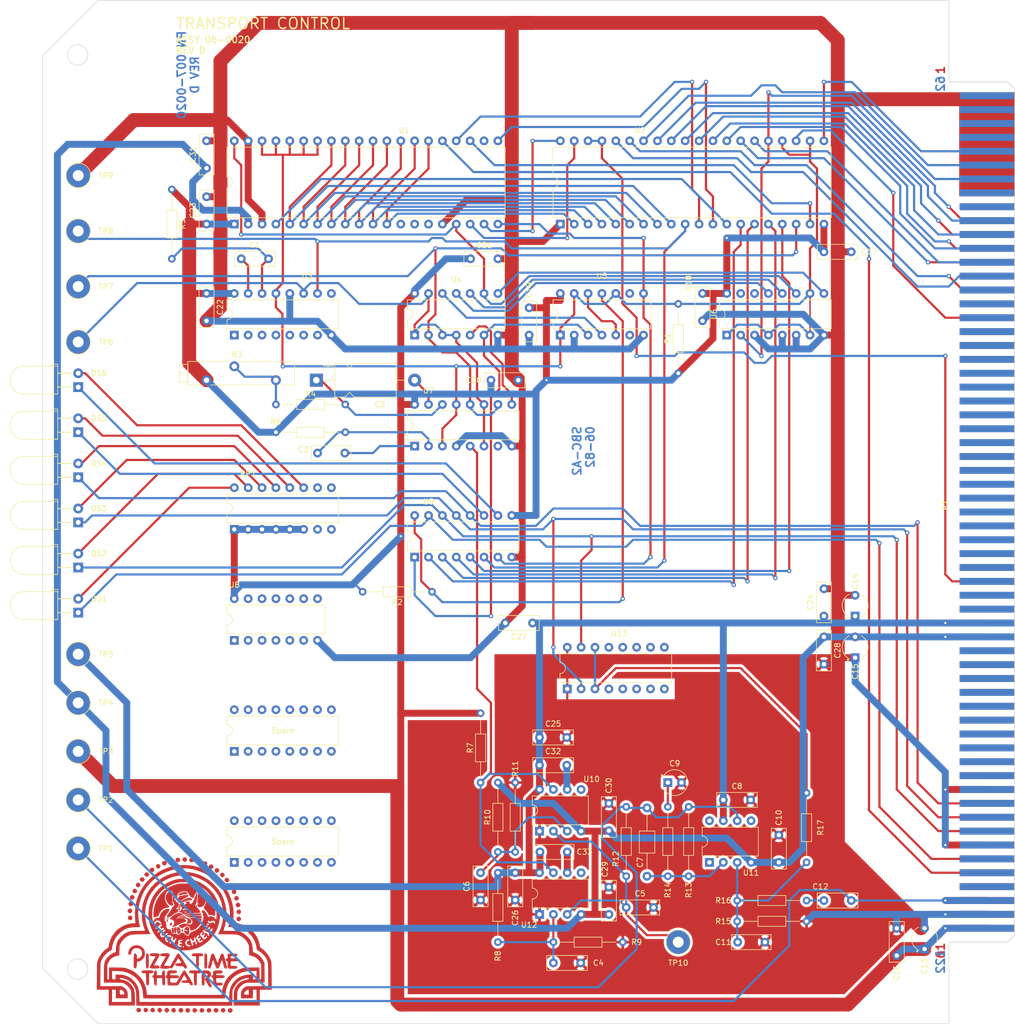
<source format=kicad_pcb>
(kicad_pcb (version 20221018) (generator pcbnew)
  (layers (0 "F.Cu" signal) (31 "B.Cu" signal) (34 "B.Paste" user) (35 "F.Paste" user) (36 "B.SilkS" user "B.Silkscreen") (37 "F.SilkS" user "F.Silkscreen") (38 "B.Mask" user) (39 "F.Mask" user) (44 "Edge.Cuts" user))
  (net 0 "")
  (net 1 "Net-(U3A-RCext)")
  (net 2 "Net-(U3A-Cext)")
  (net 3 "Net-(U7A-RCext)")
  (net 4 "Net-(U7A-Cext)")
  (net 5 "Net-(U7B-Cext)")
  (net 6 "Net-(U7B-RCext)")
  (net 7 "Net-(U12-+)")
  (net 8 "GND")
  (net 9 "Net-(U10-+)")
  (net 10 "Net-(U10--)")
  (net 11 "Net-(U11--)")
  (net 12 "Net-(C7-Pad2)")
  (net 13 "+12V")
  (net 14 "-12V")
  (net 15 "Net-(U11-+)")
  (net 16 "AUDIO IN")
  (net 17 "Net-(C12-Pad2)")
  (net 18 "+5V")
  (net 19 "Net-(U12-STRB)")
  (net 20 "Net-(U10-STRB)")
  (net 21 "STOP")
  (net 22 "Net-(DS1-A)")
  (net 23 "F.F.")
  (net 24 "Net-(DS2-A)")
  (net 25 "R.W.")
  (net 26 "Net-(DS3-A)")
  (net 27 "PLAY")
  (net 28 "Net-(DS4-A)")
  (net 29 "Net-(DS5-K)")
  (net 30 "Net-(DS5-A)")
  (net 31 "Net-(DS6-K)")
  (net 32 "Net-(DS6-A)")
  (net 33 "D0")
  (net 34 "D2")
  (net 35 "D4")
  (net 36 "D6")
  (net 37 "A1")
  (net 38 "{slash}SEL0")
  (net 39 "{slash}IRLQ")
  (net 40 "DATA OUT")
  (net 41 "BCLK")
  (net 42 "R{slash}~{W}")
  (net 43 "{slash}RESET")
  (net 44 "PHI2")
  (net 45 "D1")
  (net 46 "D3")
  (net 47 "D5")
  (net 48 "D7")
  (net 49 "A0")
  (net 50 "pup")
  (net 51 "U9out")
  (net 52 "Net-(R3-Pad1)")
  (net 53 "Net-(U7B-A)")
  (net 58 "Net-(U3A-A)")
  (net 59 "CB1")
  (net 60 "PB0")
  (net 61 "PB3")
  (net 62 "PA7")
  (net 63 "PA6")
  (net 64 "PA5")
  (net 65 "PA4")
  (net 66 "PA3")
  (net 67 "PA2")
  (net 68 "PA1")
  (net 69 "PA0")
  (net 73 "CA2")
  (net 74 "CA1")
  (net 75 "PB2")
  (net 77 "CB2")
  (net 78 "PB1")
  (net 79 "PB4")
  (net 80 "PB5")
  (net 81 "PB6")
  (net 82 "PB7")
  (net 83 "U9in")
  (net 124 "Net-(U5A-~{S})")
  (net 125 "Net-(U5A-Q)")
  (net 148 "Net-(U6-~{PE})")
  (net 149 "Net-(U6-Q1)")
  (net 150 "Net-(U6-Q2)")
  (net 151 "Net-(U1-RI)")
  (net 152 "Net-(C9-Pad1)")
  (net 153 "Net-(U7A-~{Q})")
  (net 154 "Net-(R17-Pad2)")
  (footprint "Capacitor_THT:CP_Axial_L11.0mm_D6.0mm_P18.00mm_Horizontal" (layer "F.Cu") (at 72.805 81.915)
    (fp_text reference "C2")
    (fp_text value "39nF")
  )
  (footprint "Capacitor_THT:C_Rect_L7.2mm_W2.5mm_P5.00mm_FKS2_FKP2_MKS2_MKP2" (layer "F.Cu") (at 126.365 179.705 90)
    (fp_text reference "C29")
    (fp_text value "10nF")
  )
  (footprint "Capacitor_THT:C_Rect_L7.2mm_W2.5mm_P5.00mm_FKS2_FKP2_MKS2_MKP2" (layer "F.Cu") (at 179.07 187.245 90)
    (fp_text reference "C16")
    (fp_text value "10nF")
  )
  (footprint "Evan's parts:R_Axial_DIN0204_L3.6mm_D1.6mm_P12.7mm_Horizontal" (layer "F.Cu") (at 137.16 170.18 90)
    (fp_text reference "R14")
    (fp_text value "1K")
  )
  (footprint "Package_DIP:DIP-16_W7.62mm" (layer "F.Cu") (at 57.785 109.22 90)
    (fp_text reference "RP1")
    (fp_text value "330")
  )
  (footprint "Evan's parts:LED_D5.0mm_Horizontal_O3.81mm_Z15.0mm reversed" (layer "F.Cu") (at 29.21 97.155 -90)
    (fp_text reference "DS4")
    (fp_text value "LED")
  )
  (footprint "Evan's parts:LED_D5.0mm_Horizontal_O3.81mm_Z15.0mm reversed" (layer "F.Cu") (at 29.21 113.665 -90)
    (fp_text reference "DS2")
    (fp_text value "LED")
  )
  (footprint "Package_DIP:DIP-16_W7.62mm" (layer "F.Cu") (at 147.955 73.66 90)
    (fp_text reference "U6")
    (fp_text value "74161")
  )
  (footprint "TestPoint:TestPoint_Plated_Hole_D3.0mm" (layer "F.Cu") (at 29.21 74.93 180)
    (fp_text reference "TP6")
    (fp_text value "pulses" hide)
  )
  (footprint "Capacitor_THT:C_Rect_L7.2mm_W2.5mm_P5.00mm_FKS2_FKP2_MKS2_MKP2" (layer "F.Cu") (at 64.055 59.69 180)
    (fp_text reference "C1")
    (fp_text value "50nF")
  )
  (footprint "Evan's parts:Chuck_E_Cheese_large_card_edge" (layer "F.Cu") (at 195.58 182.245 90)
    (fp_text reference "P1")
    (fp_text value "CEC card edge connector large")
    (fp_line (start -2.54 3.81) (end -2.54 -6.95) (stroke (width 0.12)) (layer "Edge.Cuts"))
    (fp_line (start -1.27 5.08) (end -2.54 3.81) (stroke (width 0.12)) (layer "Edge.Cuts"))
    (fp_line (start -1.27 5.08) (end 153.67 5.08) (stroke (width 0.12)) (layer "Edge.Cuts"))
    (fp_line (start 154.94 3.81) (end 153.67 5.08) (stroke (width 0.12)) (layer "Edge.Cuts"))
    (fp_line (start 154.94 3.81) (end 154.94 -6.95) (stroke (width 0.12)) (layer "Edge.Cuts"))
  )
  (footprint "Package_DIP:DIP-8_W7.62mm" (layer "F.Cu") (at 113.665 179.705 90)
    (fp_text reference "U12")
    (fp_text value "LM311")
  )
  (footprint "TestPoint:TestPoint_Plated_Hole_D3.0mm" (layer "F.Cu") (at 139.065 184.785 180)
    (fp_text reference "TP10")
    (fp_text value "second filtered audio" hide)
  )
  (footprint "Evan's parts:R_Axial_DIN0204_L3.6mm_D1.6mm_P12.7mm_Horizontal" (layer "F.Cu") (at 106.045 182.245 90)
    (fp_text reference "R8")
    (fp_text value "470K")
  )
  (footprint "TestPoint:TestPoint_Plated_Hole_D3.0mm" (layer "F.Cu") (at 29.21 149.86 180)
    (fp_text reference "TP3")
    (fp_text value "+5")
  )
  (footprint "Package_DIP:DIP-14_W7.62mm" (layer "F.Cu") (at 117.475 73.66 90)
    (fp_text reference "U5")
    (fp_text value "74LS74")
  )
  (footprint "Capacitor_THT:C_Rect_L7.2mm_W2.5mm_P5.00mm_FKS2_FKP2_MKS2_MKP2" (layer "F.Cu") (at 157.48 170.18 90)
    (fp_text reference "C10")
    (fp_text value "100nF")
  )
  (footprint "TestPoint:TestPoint_Plated_Hole_D3.0mm" (layer "F.Cu") (at 29.21 54.61 180)
    (fp_text reference "TP8")
    (fp_text value "zeroes?" hide)
  )
  (footprint "Capacitor_THT:C_Rect_L7.0mm_W2.5mm_P5.00mm" (layer "F.Cu") (at 134.54 178.435 180)
    (fp_text reference "C5")
    (fp_text value "100pF")
  )
  (footprint "Capacitor_THT:C_Rect_L7.2mm_W2.5mm_P5.00mm_FKS2_FKP2_MKS2_MKP2" (layer "F.Cu") (at 52.705 66.04 -90)
    (fp_text reference "C22")
    (fp_text value "10nF")
  )
  (footprint "Evan's parts:R_Axial_DIN0204_L3.6mm_D1.6mm_P12.7mm_Horizontal" (layer "F.Cu") (at 160.02 177.165 180)
    (fp_text reference "R16")
    (fp_text value "10K")
  )
  (footprint "TestPoint:TestPoint_Plated_Hole_D3.0mm" (layer "F.Cu") (at 29.21 132.08 180)
    (fp_text reference "TP5")
    (fp_text value "+12" hide)
  )
  (footprint "Capacitor_THT:C_Rect_L7.0mm_W2.5mm_P5.00mm" (layer "F.Cu") (at 154.94 184.785 180)
    (fp_text reference "C11")
    (fp_text value "100pF")
  )
  (footprint "Package_DIP:DIP-14_W7.62mm" (layer "F.Cu") (at 57.785 129.54 90)
    (fp_text reference "U8")
    (fp_text value "Unused DIP")
  )
  (footprint "Capacitor_THT:C_Rect_L7.2mm_W2.5mm_P5.00mm_FKS2_FKP2_MKS2_MKP2" (layer "F.Cu") (at 170.735 177.165 180)
    (fp_text reference "C12")
    (fp_text value "100nF")
  )
  (footprint "Evan's parts:R_Axial_DIN0204_L3.6mm_D1.6mm_P12.7mm_Horizontal" (layer "F.Cu") (at 106.045 158.115 -90)
    (fp_text reference "R10")
    (fp_text value "470K")
  )
  (footprint "Capacitor_THT:C_Rect_L7.2mm_W2.5mm_P5.00mm_FKS2_FKP2_MKS2_MKP2" (layer "F.Cu") (at 111.76 68.66 -90)
    (fp_text reference "C19")
    (fp_text value "10nF")
  )
  (footprint "Package_DIP:DIP-14_W7.62mm" (layer "F.Cu") (at 90.805 73.66 90)
    (fp_text reference "U4")
    (fp_text value "7410")
  )
  (footprint "Evan's parts:R_Axial_DIN0204_L3.6mm_D1.6mm_P12.7mm_Horizontal" (layer "F.Cu") (at 102.87 145.415 -90)
    (fp_text reference "R7")
    (fp_text value "470")
  )
  (footprint "Evan's parts:R_Axial_DIN0204_L3.6mm_D1.6mm_P12.7mm_Horizontal" (layer "F.Cu") (at 129.54 162.56 -90)
    (fp_text reference "R12")
    (fp_text value "10K")
  )
  (footprint "Capacitor_THT:C_Rect_L7.2mm_W2.5mm_P5.00mm_FKS2_FKP2_MKS2_MKP2" (layer "F.Cu") (at 104.775 81.915)
    (fp_text reference "C20")
    (fp_text value "10nF")
  )
  (footprint "Capacitor_THT:C_Rect_L7.2mm_W2.5mm_P5.00mm_FKS2_FKP2_MKS2_MKP2" (layer "F.Cu") (at 52.705 53.34 90)
    (fp_text reference "C23")
    (fp_text value "10nF")
  )
  (footprint "Capacitor_THT:C_Rect_L7.2mm_W2.5mm_P5.00mm_FKS2_FKP2_MKS2_MKP2" (layer "F.Cu") (at 52.705 43.1 90)
    (fp_text reference "C31")
    (fp_text value "10nF")
  )
  (footprint "Capacitor_THT:C_Rect_L7.2mm_W2.5mm_P5.00mm_FKS2_FKP2_MKS2_MKP2" (layer "F.Cu") (at 112.395 126.365 180)
    (fp_text reference "C27")
    (fp_text value "10nF")
  )
  (footprint "Package_DIP:DIP-16_W7.62mm" (layer "F.Cu") (at 57.785 149.86 90)
    (fp_text reference "U15" hide)
    (fp_text value "Spare")
  )
  (footprint "Evan's parts:R_Axial_DIN0204_L3.6mm_D1.6mm_P12.7mm_Horizontal" (layer "F.Cu") (at 140.97 162.56 -90)
    (fp_text reference "R13")
    (fp_text value "10K")
  )
  (footprint "Evan's parts:R_Axial_DIN0204_L3.6mm_D1.6mm_P12.7mm_Horizontal" (layer "F.Cu") (at 152.4 180.975)
    (fp_text reference "R15")
    (fp_text value "100K")
  )
  (footprint "Capacitor_THT:C_Rect_L7.2mm_W2.5mm_P5.00mm_FKS2_FKP2_MKS2_MKP2" (layer "F.Cu") (at 143.51 66.04 -90)
    (fp_text reference "C18")
    (fp_text value "10nF")
  )
  (footprint "Evan's parts:R_Axial_DIN0204_L3.6mm_D1.6mm_P12.7mm_Horizontal" (layer "F.Cu") (at 46.355 49.53 -90)
    (fp_text reference "R5")
    (fp_text value "39K")
  )
  (footprint "Evan's parts:LED_D5.0mm_Horizontal_O3.81mm_Z15.0mm reversed" (layer "F.Cu") (at 29.21 88.9 -90)
    (fp_text reference "DS5")
    (fp_text value "LED")
  )
  (footprint "TestPoint:TestPoint_Plated_Hole_D3.0mm" (layer "F.Cu") (at 29.21 44.45 180)
    (fp_text reference "TP9")
    (fp_text value "GND" hide)
  )
  (footprint "Evan's parts:R_Axial_DIN0204_L3.6mm_D1.6mm_P12.7mm_Horizontal" (layer "F.Cu") (at 162.56 167.64 90)
    (fp_text reference "R17")
    (fp_text value "2.2K")
  )
  (footprint "Capacitor_THT:C_Rect_L7.0mm_W2.5mm_P5.00mm" (layer "F.Cu") (at 78.025 95.25 180)
    (fp_text reference "C3")
    (fp_text value "100pF")
  )
  (footprint "Package_DIP:DIP-16_W7.62mm" (layer "F.Cu") (at 57.785 170.18 90)
    (fp_text reference "U14" hide)
    (fp_text value "Spare")
  )
  (footprint "Evan's parts:LED_D5.0mm_Horizontal_O3.81mm_Z15.0mm reversed" (layer "F.Cu") (at 29.21 121.92 -90)
    (fp_text reference "DS1")
    (fp_text value "LED")
  )
  (footprint "Evan's parts:R_Axial_DIN0204_L3.6mm_D1.6mm_P12.7mm_Horizontal" (layer "F.Cu") (at 139.065 78.105 90)
    (fp_text reference "R1")
    (fp_text value "1K")
  )
  (footprint "Evan's parts:R_Axial_DIN0204_L3.6mm_D1.6mm_P12.7mm_Horizontal" (layer "F.Cu") (at 67.945 86.36)
    (fp_text reference "R4")
    (fp_text value "10K")
  )
  (footprint "TestPoint:TestPoint_Plated_Hole_D3.0mm" (layer "F.Cu") (at 29.21 167.64 180)
    (fp_text reference "TP1")
    (fp_text value "AUDIO IN" hide)
  )
  (footprint "Evan's parts:PTT white_2" (layer "F.Cu") (at 47.625 183.515)
    (fp_text reference "G***" hide)
    (fp_text value "LOGO" hide)
  )
  (footprint "TestPoint:TestPoint_Plated_Hole_D3.0mm" (layer "F.Cu") (at 29.21 64.77 180)
    (fp_text reference "TP7")
    (fp_text value "ones?" hide)
  )
  (footprint "Capacitor_THT:C_Rect_L7.2mm_W2.5mm_P5.00mm_FKS2_FKP2_MKS2_MKP2" (layer "F.Cu") (at 113.665 147.32)
    (fp_text reference "C25")
    (fp_text value "10nF")
  )
  (footprint "Evan's parts:CP_Radial_Tantal_D4mm_P3.81mm" (layer "F.Cu") (at 171.45 132.715 90)
    (fp_text reference "C15")
    (fp_text value "4.7uF")
  )
  (footprint "Package_DIP:DIP-8_W7.62mm" (layer "F.Cu") (at 113.665 164.465 90)
    (fp_text reference "U10")
    (fp_text value "LM311")
  )
  (footprint "Capacitor_THT:C_Axial_L3.8mm_D2.6mm_P12.50mm_Horizontal" (layer "F.Cu") (at 133.35 172.72 90)
    (fp_text reference "C7")
    (fp_text value "3300pF")
  )
  (footprint "Evan's parts:R_Axial_DIN0204_L3.6mm_D1.6mm_P12.7mm_Horizontal" (layer "F.Cu") (at 91.44 120.65 180)
    (fp_text reference "R2")
    (fp_text value "1K")
  )
  (footprint "TestPoint:TestPoint_Plated_Hole_D3.0mm" (layer "F.Cu") (at 29.21 158.75 180)
    (fp_text reference "TP2")
    (fp_text value "filtered audio")
  )
  (footprint "Capacitor_THT:C_Rect_L7.2mm_W2.5mm_P5.00mm_FKS2_FKP2_MKS2_MKP2" (layer "F.Cu") (at 126.365 164.385 90)
    (fp_text reference "C30")
    (fp_text value "10nF")
  )
  (footprint "Evan's parts:CP_Radial_Tantal_D4mm_P3.81mm" (layer "F.Cu") (at 184.15 186.055 90)
    (fp_text reference "C13")
    (fp_text value "4.7uF")
  )
  (footprint "Package_DIP:DIP-16_W7.62mm" (layer "F.Cu") (at 57.785 73.66 90)
    (fp_text reference "U3")
    (fp_text value "DM8602N")
  )
  (footprint "Capacitor_THT:C_Rect_L7.2mm_W2.5mm_P5.00mm_FKS2_FKP2_MKS2_MKP2" (layer "F.Cu") (at 118.665 152.4 180)
    (fp_text reference "C32")
    (fp_text value "100nF")
  )
  (footprint "Package_DIP:DIP-40_W15.24mm" (layer "F.Cu") (at 57.785 53.34 90)
    (fp_text reference "U1")
    (fp_text value "TR1602")
  )
  (footprint "TestPoint:TestPoint_Plated_Hole_D3.0mm" (layer "F.Cu") (at 29.21 140.97 180)
    (fp_text reference "TP4")
    (fp_text value "-12" hide)
  )
  (footprint "Capacitor_THT:C_Rect_L7.2mm_W2.5mm_P5.00mm_FKS2_FKP2_MKS2_MKP2" (layer "F.Cu") (at 109.22 172.085 -90)
    (fp_text reference "C26")
    (fp_text value "10nF")
  )
  (footprint "Evan's parts:CP_Radial_Tantal_D4mm_P3.81mm" (layer "F.Cu") (at 171.45 125.095 90)
    (fp_text reference "C14")
    (fp_text value "4.7uF")
  )
  (footprint "Evan's parts:R_Axial_DIN0204_L3.6mm_D1.6mm_P12.7mm_Horizontal" (layer "F.Cu") (at 109.22 165.735 90)
    (fp_text reference "R11")
    (fp_text value "4.7K")
  )
  (footprint "Package_DIP:DIP-8_W7.62mm" (layer "F.Cu") (at 144.78 170.18 90)
    (fp_text reference "U11")
    (fp_text value "LM741")
  )
  (footprint "Evan's parts:LED_D5.0mm_Horizontal_O3.81mm_Z15.0mm reversed" (layer "F.Cu") (at 29.21 105.41 -90)
    (fp_text reference "DS3")
    (fp_text value "LED")
  )
  (footprint "Evan's parts:LED_D5.0mm_Horizontal_O3.81mm_Z15.0mm reversed" (layer "F.Cu") (at 29.21 80.645 -90)
    (fp_text reference "DS6")
    (fp_text value "LED")
  )
  (footprint "Capacitor_THT:C_Rect_L7.2mm_W2.5mm_P5.00mm_FKS2_FKP2_MKS2_MKP2" (layer "F.Cu") (at 118.745 168.275 180)
    (fp_text reference "C33")
    (fp_text value "100nF")
  )
  (footprint "Capacitor_THT:CP_Radial_Tantal_D4.5mm_P2.50mm" (layer "F.Cu") (at 137.16 155.575)
    (fp_text reference "C9")
    (fp_text value "4.7uF")
  )
  (footprint "Package_DIP:DIP-40_W15.24mm" (layer "F.Cu") (at 117.475 53.34 90)
    (fp_text reference "U2")
    (fp_text value "6821")
  )
  (footprint "Capacitor_THT:C_Rect_L7.2mm_W2.5mm_P5.00mm_FKS2_FKP2_MKS2_MKP2" (layer "F.Cu") (at 165.735 125.095 90)
    (fp_text reference "C24")
    (fp_text value "10nF")
  )
  (footprint "Potentiometer_THT:Potentiometer_Bourns_3005_Horizontal" (layer "F.Cu") (at 65.405 81.915)
    (fp_text reference "R3")
    (fp_text value "5K")
  )
  (footprint "Evan's parts:R_Axial_DIN0204_L3.6mm_D1.6mm_P12.7mm_Horizontal" (layer "F.Cu") (at 67.945 91.44)
    (fp_text reference "R6")
    (fp_text value "10K")
  )
  (footprint "Capacitor_THT:C_Rect_L7.2mm_W2.5mm_P5.00mm_FKS2_FKP2_MKS2_MKP2" (layer "F.Cu") (at 147.32 158.75)
    (fp_text reference "C8")
    (fp_text value "100nF")
  )
  (footprint "Package_DIP:DIP-16_W7.62mm" (layer "F.Cu") (at 90.805 114.3 90)
    (fp_text reference "U9")
    (fp_text value "ULN2003A")
  )
  (footprint "Evan's parts:R_Axial_DIN0204_L3.6mm_D1.6mm_P12.7mm_Horizontal" (layer "F.Cu") (at 118.745 184.785)
    (fp_text reference "R9")
    (fp_text value "4.7K")
  )
  (footprint "Package_DIP:DIP-16_W7.62mm" (layer "F.Cu") (at 118.745 138.43 90)
    (fp_text reference "U13")
    (fp_text value "AH5012")
  )
  (footprint "Capacitor_THT:C_Rect_L7.2mm_W2.5mm_P5.00mm_FKS2_FKP2_MKS2_MKP2" (layer "F.Cu") (at 102.87 172.085 -90)
    (fp_text reference "C6")
    (fp_text value "100nF")
  )
  (footprint "Package_DIP:DIP-16_W7.62mm" (layer "F.Cu") (at 90.805 93.98 90)
    (fp_text reference "U7")
    (fp_text value "DM8602N")
  )
  (footprint "Capacitor_THT:C_Rect_L7.2mm_W2.5mm_P5.00mm_FKS2_FKP2_MKS2_MKP2" (layer "F.Cu") (at 165.735 128.905 -90)
    (fp_text reference "C28")
    (fp_text value "10nF")
  )
  (footprint "Capacitor_THT:C_Rect_L7.2mm_W2.5mm_P5.00mm_FKS2_FKP2_MKS2_MKP2" (layer "F.Cu") (at 101.045 59.69)
    (fp_text reference "C21")
    (fp_text value "10nF")
  )
  (footprint "Capacitor_THT:C_Rect_L7.2mm_W2.5mm_P5.00mm_FKS2_FKP2_MKS2_MKP2" (layer "F.Cu") (at 116.205 188.595)
    (fp_text reference "C4")
    (fp_text value "100nF")
  )
  (footprint "Capacitor_THT:C_Rect_L7.2mm_W2.5mm_P5.00mm_FKS2_FKP2_MKS2_MKP2" (layer "F.Cu") (at 165.735 58.42)
    (fp_text reference "C17")
    (fp_text value "10nF")
  )
  (gr_line (start 32.88 199.725) (end 188.63 199.725) (stroke (width 0.1)) (layer "Edge.Cuts"))
  (gr_circle (center 29.1 22.365) (end 29.1 20.495) (stroke (width 0.1)) (fill none) (layer "Edge.Cuts"))
  (gr_line (start 32.88 12.365) (end 188.63 12.365) (stroke (width 0.1)) (layer "Edge.Cuts"))
  (gr_line (start 22.73 22.515) (end 32.88 12.365) (stroke (width 0.1)) (layer "Edge.Cuts"))
  (gr_line (start 188.63 184.785) (end 188.63 199.725) (stroke (width 0.1)) (layer "Edge.Cuts"))
  (gr_line (start 188.63 27.305) (end 188.63 12.365) (stroke (width 0.1)) (layer "Edge.Cuts"))
  (gr_circle (center 29.1 189.725) (end 29.1 187.855) (stroke (width 0.1)) (fill none) (layer "Edge.Cuts"))
  (gr_line (start 22.73 189.575) (end 22.73 22.515) (stroke (width 0.1)) (layer "Edge.Cuts"))
  (gr_line (start 22.73 189.575) (end 32.88 199.725) (stroke (width 0.1)) (layer "Edge.Cuts"))
  (gr_text "1" (at 187.96 26.035 90) (layer "F.Cu") (effects (font (size 1.5 1.5) (thickness 0.3) bold) (justify left bottom)))
  (gr_text "61" (at 187.96 187.96 90) (layer "F.Cu") (effects (font (size 1.5 1.5) (thickness 0.3) bold) (justify left bottom)))
  (gr_text "PN 007-0020\nREV D" (at 51.435 26.035 90) (layer "B.Cu") (effects (font (size 1.5 1.5) (thickness 0.3) bold) (justify bottom mirror)))
  (gr_text "122" (at 187.96 186.055 90) (layer "B.Cu") (effects (font (size 1.5 1.5) (thickness 0.3) bold) (justify left bottom mirror)))
  (gr_text "SBC-A2\n06-82" (at 123.825 90.17 90) (layer "B.Cu") (effects (font (size 1.5 1.5) (thickness 0.3) bold) (justify left bottom mirror)))
  (gr_text "62" (at 187.96 26.035 90) (layer "B.Cu") (effects (font (size 1.5 1.5) (thickness 0.3) bold) (justify left bottom mirror)))
  (gr_text "TRANSPORT CONTROL" (at 46.99 17.78) (layer "F.SilkS") (effects (font (size 2 2) (thickness 0.25)) (justify left bottom)))
  (gr_text "ASSY 06-0020\nREV D" (at 46.99 22.225) (layer "F.SilkS") (effects (font (size 1.2 1.2) (thickness 0.2) bold) (justify left bottom)))
  (segment (start 62.865 66.04) (end 62.865 60.88) (width 0.4) (layer "F.Cu") (net 1))
  (segment (start 62.865 60.88) (end 64.055 59.69) (width 0.4) (layer "F.Cu") (net 1))
  (segment (start 64.055 59.69) (end 62.15 57.785) (width 0.4) (layer "B.Cu") (net 1))
  (segment (start 48.26 57.785) (end 46.355 59.69) (width 0.4) (layer "B.Cu") (net 1))
  (segment (start 62.15 57.785) (end 48.26 57.785) (width 0.4) (layer "B.Cu") (net 1))
  (segment (start 60.325 60.96) (end 59.055 59.69) (width 0.4) (layer "F.Cu") (net 2))
  (segment (start 60.325 66.04) (end 60.325 60.96) (width 0.4) (layer "F.Cu") (net 2))
  (segment (start 78.105 86.36) (end 73.66 81.915) (width 0.4) (layer "F.Cu") (net 3))
  (segment (start 73.66 81.915) (end 72.805 81.915) (width 0.4) (layer "F.Cu") (net 3))
  (segment (start 95.885 86.36) (end 93.98 88.265) (width 0.4) (layer "B.Cu") (net 3))
  (segment (start 93.98 88.265) (end 80.01 88.265) (width 0.4) (layer "B.Cu") (net 3))
  (segment (start 80.01 88.265) (end 78.105 86.36) (width 0.4) (layer "B.Cu") (net 3))
  (segment (start 93.345 86.36) (end 93.345 84.455) (width 0.4) (layer "F.Cu") (net 4))
  (segment (start 93.345 84.455) (end 90.805 81.915) (width 0.4) (layer "F.Cu") (net 4))
  (segment (start 90.805 93.98) (end 84.455 93.98) (width 0.4) (layer "B.Cu") (net 5))
  (segment (start 83.185 95.25) (end 78.025 95.25) (width 0.4) (layer "B.Cu") (net 5))
  (segment (start 84.455 93.98) (end 83.185 95.25) (width 0.4) (layer "B.Cu") (net 5))
  (segment (start 92.075 91.44) (end 77.7875 91.44) (width 0.4) (layer "B.Cu") (net 6))
  (segment (start 93.345 93.98) (end 93.345 92.71) (width 0.4) (layer "B.Cu") (net 6))
  (segment (start 78.105 91.44) (end 76.835 91.44) (width 0.4) (layer "B.Cu") (net 6))
  (segment (start 76.835 91.44) (end 73.025 95.25) (width 0.4) (layer "B.Cu") (net 6))
  (segment (start 93.345 92.71) (end 92.075 91.44) (width 0.4) (layer "B.Cu") (net 6))
  (segment (start 116.205 184.785) (end 116.205 179.705) (width 0.4) (layer "F.Cu") (net 7))
  (segment (start 116.205 184.785) (end 106.045 184.785) (width 0.4) (layer "B.Cu") (net 7))
  (segment (start 116.205 188.595) (end 116.205 184.785) (width 0.4) (layer "B.Cu") (net 7))
  (segment (start 165.735 133.905) (end 168.195 133.905) (width 1.27) (layer "F.Cu") (net 8))
  (segment (start 60.325 38.1) (end 56.515 34.29) (width 1.27) (layer "F.Cu") (net 8))
  (segment (start 60.325 48.895) (end 62.865 51.435) (width 1.27) (layer "F.Cu") (net 8))
  (segment (start 109.775 81.835) (end 108.585 80.645) (width 2.54) (layer "F.Cu") (net 8))
  (segment (start 55.245 68.5) (end 52.705 71.04) (width 2.54) (layer "F.Cu") (net 8))
  (segment (start 106.045 73.66) (end 108.585 73.66) (width 1.27) (layer "F.Cu") (net 8))
  (segment (start 110.49 82.63) (end 109.775 81.915) (width 1.27) (layer "F.Cu") (net 8))
  (segment (start 168.275 30.48) (end 195.58 30.48) (width 2.54) (layer "F.Cu") (net 8))
  (segment (start 39.37 34.29) (end 55.245 34.29) (width 2.54) (layer "F.Cu") (net 8))
  (segment (start 55.165 48.34) (end 55.245 48.26) (width 1.27) (layer "F.Cu") (net 8))
  (segment (start 168.195 133.905) (end 168.275 133.985) (width 1.27) (layer "F.Cu") (net 8))
  (segment (start 118.745 138.43) (end 118.745 140.97) (width 0.4) (layer "F.Cu") (net 8))
  (segment (start 55.245 23.495) (end 62.23 16.51) (width 2.54) (layer "F.Cu") (net 8))
  (segment (start 118.745 138.43) (end 118.745 135.255) (width 0.4) (layer "F.Cu") (net 8))
  (segment (start 195.58 167.005) (end 187.96 167.005) (width 1.27) (layer "F.Cu") (net 8))
  (segment (start 56.515 34.29) (end 55.245 34.29) (width 1.27) (layer "F.Cu") (net 8))
  (segment (start 108.585 93.98) (end 110.49 93.98) (width 1.27) (layer "F.Cu") (net 8))
  (segment (start 106.045 59.69) (end 108.585 59.69) (width 1.27) (layer "F.Cu") (net 8))
  (segment (start 165.735 120.095) (end 168.195 120.095) (width 1.27) (layer "F.Cu") (net 8))
  (segment (start 168.275 120.015) (end 168.275 132.715) (width 2.54) (layer "F.Cu") (net 8))
  (segment (start 52.705 48.34) (end 55.165 48.34) (width 1.27) (layer "F.Cu") (net 8))
  (segment (start 170.735 58.42) (end 168.275 58.42) (width 1.27) (layer "F.Cu") (net 8))
  (segment (start 108.585 48.895) (end 108.585 56.515) (width 2.54) (layer "F.Cu") (net 8))
  (segment (start 171.45 132.715) (end 168.275 132.715) (width 1.27) (layer "F.Cu") (net 8))
  (segment (start 108.585 73.66) (end 108.585 59.69) (width 2.54) (layer "F.Cu") (net 8))
  (segment (start 168.195 120.095) (end 168.275 120.015) (width 1.27) (layer "F.Cu") (net 8))
  (segment (start 55.245 48.26) (end 55.245 58.42) (width 2.54) (layer "F.Cu") (net 8))
  (segment (start 55.245 58.42) (end 55.245 23.495) (width 2.54) (layer "F.Cu") (net 8))
  (segment (start 108.585 80.645) (end 108.585 73.66) (width 2.54) (layer "F.Cu") (net 8))
  (segment (start 168.275 30.48) (end 168.275 19.685) (width 2.54) (layer "F.Cu") (net 8))
  (segment (start 168.275 132.715) (end 168.275 133.985) (width 2.54) (layer "F.Cu") (net 8))
  (segment (start 168.275 133.985) (end 168.275 167.005) (width 2.54) (layer "F.Cu") (net 8))
  (segment (start 168.275 19.685) (end 165.1 16.51) (width 2.54) (layer "F.Cu") (net 8))
  (segment (start 112.395 16.51) (end 108.585 16.51) (width 2.54) (layer "F.Cu") (net 8))
  (segment (start 171.45 121.285) (end 169.545 121.285) (width 1.27) (layer "F.Cu") (net 8))
  (segment (start 165.735 73.66) (end 168.275 73.66) (width 1.27) (layer "F.Cu") (net 8))
  (segment (start 168.275 58.42) (end 168.275 73.66) (width 2.54) (layer "F.Cu") (net 8))
  (segment (start 62.865 51.435) (end 62.865 53.34) (width 1.27) (layer "F.Cu") (net 8))
  (segment (start 195.58 156.845) (end 187.96 156.845) (width 1.27) (layer "F.Cu") (net 8))
  (segment (start 60.325 38.1) (end 60.325 48.895) (width 1.27) (layer "F.Cu") (net 8))
  (segment (start 169.545 121.285) (end 168.275 120.015) (width 1.27) (layer "F.Cu") (net 8))
  (segment (start 55.245 34.29) (end 55.245 38.1) (width 2.54) (layer "F.Cu") (net 8))
  (segment (start 55.245 38.1) (end 55.245 48.26) (width 2.54) (layer "F.Cu") (net 8))
  (segment (start 95.885 53.34) (end 100.33 48.895) (width 1.27) (layer "F.Cu") (net 8))
  (segment (start 109.775 81.915) (end 109.775 81.835) (width 2.54) (layer "F.Cu") (net 8))
  (segment (start 55.245 58.42) (end 55.245 68.5) (width 2.54) (layer "F.Cu") (net 8))
  (segment (start 107.395 126.365) (end 110.49 123.27) (width 1.27) (layer "F.Cu") (net 8))
  (segment (start 110.49 123.27) (end 110.49 114.3) (width 1.27) (layer "F.Cu") (net 8))
  (segment (start 55.245 38.1) (end 52.705 38.1) (width 1.27) (layer "F.Cu") (net 8))
  (segment (start 168.275 167.005) (end 183.515 182.245) (width 2.54) (layer "F.Cu") (net 8))
  (segment (start 114.3 56.515) (end 108.585 56.515) (width 1.27) (layer "F.Cu") (net 8))
  (segment (start 117.475 53.34) (end 114.3 56.515) (width 1.27) (layer "F.Cu") (net 8))
  (segment (start 110.49 114.3) (end 110.49 93.98) (width 1.27) (layer "F.Cu") (net 8))
  (segment (start 108.585 114.3) (end 110.49 114.3) (width 1.27) (layer "F.Cu") (net 8))
  (segment (start 110.49 93.98) (end 110.49 82.63) (width 1.27) (layer "F.Cu") (net 8))
  (segment (start 168.275 30.48) (end 168.275 58.42) (width 2.54) (layer "F.Cu") (net 8))
  (segment (start 108.585 59.69) (end 108.585 56.515) (width 2.54) (layer "F.Cu") (net 8))
  (segment (start 100.33 48.895) (end 108.585 48.895) (width 1.27) (layer "F.Cu") (net 8))
  (segment (start 112.395 16.51) (end 62.23 16.51) (width 2.54) (layer "F.Cu") (net 8))
  (segment (start 29.21 44.45) (end 39.37 34.29) (width 2.54) (layer "F.Cu") (net 8))
  (segment (start 165.1 16.51) (end 112.395 16.51) (width 2.54) (layer "F.Cu") (net 8))
  (segment (start 195.58 179.705) (end 187.96 179.705) (width 1.27) (layer "F.Cu") (net 8))
  (segment (start 108.585 16.51) (end 108.585 48.895) (width 2.54) (layer "F.Cu") (net 8))
  (segment (start 118.745 130.81) (end 118.745 132.715) (width 0.4) (layer "F.Cu") (net 8))
  (segment (start 168.275 73.66) (end 168.275 120.015) (width 2.54) (layer "F.Cu") (net 8))
  (via (at 187.96 167.005) (size 0.8) (drill 0.4) (layers "F.Cu" "B.Cu") (net 8))
  (via (at 187.96 156.845) (size 0.8) (drill 0.4) (layers "F.Cu" "B.Cu") (net 8))
  (via (at 187.96 179.705) (size 0.8) (drill 0.4) (layers "F.Cu" "B.Cu") (net 8))
  (segment (start 54.055 71.12) (end 53.975 71.04) (width 1.27) (layer "B.Cu") (net 8))
  (segment (start 73.025 71.12) (end 75.565 73.66) (width 1.27) (layer "B.Cu") (net 8))
  (segment (start 184.15 182.245) (end 184.15 179.705) (width 1.27) (layer "B.Cu") (net 8))
  (segment (start 53.975 71.04) (end 52.705 71.04) (width 1.27) (layer "B.Cu") (net 8))
  (segment (start 111.76 73.66) (end 111.76 76.2) (width 1.27) (layer "B.Cu") (net 8))
  (segment (start 179.07 179.705) (end 163.83 179.705) (width 1.27) (layer "B.Cu") (net 8))
  (segment (start 67.945 66.04) (end 67.945 71.12) (width 1.27) (layer "B.Cu") (net 8))
  (segment (start 144.7 69.85) (end 161.925 69.85) (width 1.27) (layer "B.Cu") (net 8))
  (segment (start 179.07 182.245) (end 179.07 179.705) (width 1.27) (layer "B.Cu") (net 8))
  (segment (start 195.58 179.705) (end 187.96 179.705) (width 1.27) (layer "B.Cu") (net 8))
  (segment (start 75.565 73.66) (end 78.105 76.2) (width 1.27) (layer "B.Cu") (net 8))
  (segment (start 163.83 179.705) (end 162.56 180.975) (width 1.27) (layer "B.Cu") (net 8))
  (segment (start 153.035 73.66) (end 155.575 76.2) (width 1.27) (layer "B.Cu") (net 8))
  (segment (start 67.945 71.12) (end 73.025 71.12) (width 1.27) (layer "B.Cu") (net 8))
  (segment (start 120.015 76.2) (end 130.175 76.2) (width 1.27) (layer "B.Cu") (net 8))
  (segment (start 107.395 126.365) (end 101.045 132.715) (width 1.27) (layer "B.Cu") (net 8))
  (segment (start 187.96 156.845) (end 187.96 153.67) (width 1.27) (layer "B.Cu") (net 8))
  (segment (start 76.2 132.715) (end 73.025 129.54) (width 1.27) (layer "B.Cu") (net 8))
  (segment (start 184.15 179.705) (end 179.07 179.705) (width 1.27) (layer "B.Cu") (net 8))
  (segment (start 106.045 76.2) (end 106.045 73.66) (width 1.27) (layer "B.Cu") (net 8))
  (segment (start 155.575 76.2) (end 158.115 76.2) (width 1.27) (layer "B.Cu") (net 8))
  (segment (start 158.115 73.66) (end 158.115 76.2) (width 1.27) (layer "B.Cu") (net 8))
  (segment (start 165.735 73.66) (end 161.925 69.85) (width 1.27) (layer "B.Cu") (net 8))
  (segment (start 106.68 92.075) (end 100.33 92.075) (width 1.27) (layer "B.Cu") (net 8))
  (segment (start 171.45 137.16) (end 171.45 132.715) (width 1.27) (layer "B.Cu") (net 8))
  (segment (start 111.76 76.2) (end 120.015 76.2) (width 1.27) (layer "B.Cu") (net 8))
  (segment (start 108.585 93.98) (end 106.68 92.075) (width 1.27) (layer "B.Cu") (net 8))
  (segment (start 187.96 153.67) (end 171.45 137.16) (width 1.27) (layer "B.Cu") (net 8))
  (segment (start 158.115 76.2) (end 160.655 76.2) (width 1.27) (layer "B.Cu") (net 8))
  (segment (start 160.655 73.66) (end 160.655 76.2) (width 1.27) (layer "B.Cu") (net 8))
  (segment (start 163.195 76.2) (end 165.735 73.66) (width 1.27) (layer "B.Cu") (net 8))
  (segment (start 78.105 76.2) (end 106.045 76.2) (width 1.27) (layer "B.Cu") (net 8))
  (segment (start 160.655 76.2) (end 163.195 76.2) (width 1.27) (layer "B.Cu") (net 8))
  (segment (start 187.96 167.005) (end 187.96 156.845) (width 1.27) (layer "B.Cu") (net 8))
  (segment (start 101.045 132.715) (end 76.2 132.715) (width 1.27) (layer "B.Cu") (net 8))
  (segment (start 67.945 71.12) (end 54.055 71.12) (width 1.27) (layer "B.Cu") (net 8))
  (segment (start 130.175 76.2) (end 132.715 73.66) (width 1.27) (layer "B.Cu") (net 8))
  (segment (start 106.045 76.2) (end 111.76 76.2) (width 1.27) (layer "B.Cu") (net 8))
  (segment (start 120.015 73.66) (end 120.015 76.2) (width 1.27) (layer "B.Cu") (net 8))
  (segment (start 187.96 179.705) (end 184.15 179.705) (width 1.27) (layer "B.Cu") (net 8))
  (segment (start 143.51 71.04) (end 144.7 69.85) (width 1.27) (layer "B.Cu") (net 8))
  (segment (start 100.33 92.075) (end 98.425 93.98) (width 1.27) (layer "B.Cu") (net 8))
  (segment (start 139.065 184.785) (end 137.795 183.515) (width 0.4) (layer "F.Cu") (net 9))
  (segment (start 137.795 183.515) (end 133.35 183.515) (width 0.4) (layer "F.Cu") (net 9))
  (segment (start 133.35 183.515) (end 129.54 179.705) (width 0.4) (layer "F.Cu") (net 9))
  (segment (start 129.54 179.705) (end 129.54 178.435) (width 0.4) (layer "F.Cu") (net 9))
  (segment (start 128.27 177.165) (end 121.285 177.165) (width 0.4) (layer "B.Cu") (net 9))
  (segment (start 123.19 166.37) (end 118.11 166.37) (width 0.4) (layer "B.Cu") (net 9))
  (segment (start 129.54 172.72) (end 123.19 166.37) (width 0.4) (layer "B.Cu") (net 9))
  (segment (start 129.54 172.72) (end 129.54 178.435) (width 0.4) (layer "B.Cu") (net 9))
  (segment (start 118.11 166.37) (end 116.205 164.465) (width 0.4) (layer "B.Cu") (net 9))
  (segment (start 121.285 177.165) (end 118.745 179.705) (width 0.4) (layer "B.Cu") (net 9))
  (segment (start 129.54 178.435) (end 128.27 177.165) (width 0.4) (layer "B.Cu") (net 9))
  (segment (start 106.045 168.91) (end 106.045 168.275) (width 0.4) (layer "F.Cu") (net 10))
  (segment (start 102.87 172.085) (end 106.045 168.91) (width 0.4) (layer "F.Cu") (net 10))
  (segment (start 109.22 164.465) (end 109.22 168.275) (width 0.4) (layer "B.Cu") (net 10))
  (segment (start 118.745 164.465) (end 116.205 161.925) (width 0.4) (layer "B.Cu") (net 10))
  (segment (start 111.76 161.925) (end 109.22 164.465) (width 0.4) (layer "B.Cu") (net 10))
  (segment (start 109.22 168.275) (end 106.045 168.275) (width 0.4) (layer "B.Cu") (net 10))
  (segment (start 116.205 161.925) (end 111.76 161.925) (width 0.4) (layer "B.Cu") (net 10))
  (segment (start 147.32 170.18) (end 144.78 172.72) (width 0.4) (layer "B.Cu") (net 11))
  (segment (start 137.16 172.72) (end 133.35 172.72) (width 0.4) (layer "B.Cu") (net 11))
  (segment (start 144.78 172.72) (end 140.97 172.72) (width 0.4) (layer "B.Cu") (net 11))
  (segment (start 140.97 172.72) (end 137.16 172.72) (width 0.4) (layer "B.Cu") (net 11))
  (segment (start 139.065 161.925) (end 140.97 160.02) (width 0.4) (layer "B.Cu") (net 12))
  (segment (start 140.97 160.02) (end 148.59 160.02) (width 0.4) (layer "B.Cu") (net 12))
  (segment (start 149.86 161.29) (end 149.86 162.56) (width 0.4) (layer "B.Cu") (net 12))
  (segment (start 124.46 193.04) (end 63.5 193.04) (width 0.4) (layer "B.Cu") (net 12))
  (segment (start 129.74 160.22) (end 129.54 160.02) (width 0.4) (layer "B.Cu") (net 12))
  (segment (start 131.445 172.085) (end 131.445 186.055) (width 0.4) (layer "B.Cu") (net 12))
  (segment (start 125.095 163.475051) (end 125.095 165.735) (width 0.4) (layer "B.Cu") (net 12))
  (segment (start 63.5 193.04) (end 29.21 158.75) (width 0.4) (layer "B.Cu") (net 12))
  (segment (start 133.35 160.22) (end 129.74 160.22) (width 0.4) (layer "B.Cu") (net 12))
  (segment (start 129.54 160.02) (end 128.550051 160.02) (width 0.4) (layer "B.Cu") (net 12))
  (segment (start 131.445 186.055) (end 124.46 193.04) (width 0.4) (layer "B.Cu") (net 12))
  (segment (start 135.055 161.925) (end 139.065 161.925) (width 0.4) (layer "B.Cu") (net 12))
  (segment (start 125.095 165.735) (end 131.445 172.085) (width 0.4) (layer "B.Cu") (net 12))
  (segment (start 128.550051 160.02) (end 125.095 163.475051) (width 0.4) (layer "B.Cu") (net 12))
  (segment (start 148.59 160.02) (end 149.86 161.29) (width 0.4) (layer "B.Cu") (net 12))
  (segment (start 133.35 160.22) (end 135.055 161.925) (width 0.4) (layer "B.Cu") (net 12))
  (segment (start 195.58 126.365) (end 187.96 126.365) (width 1.27) (layer "F.Cu") (net 13))
  (segment (start 113.665 156.845) (end 113.665 152.4) (width 1.27) (layer "F.Cu") (net 13))
  (segment (start 111.76 172.085) (end 113.665 172.085) (width 1.27) (layer "F.Cu") (net 13))
  (segment (start 111.76 158.75) (end 111.76 172.085) (width 1.27) (layer "F.Cu") (net 13))
  (segment (start 113.745 168.275) (end 113.745 172.005) (width 1.27) (layer "F.Cu") (net 13))
  (segment (start 109.22 172.085) (end 111.76 172.085) (width 1.27) (layer "F.Cu") (net 13))
  (segment (start 113.665 156.845) (end 111.76 158.75) (width 1.27) (layer "F.Cu") (net 13))
  (segment (start 113.745 172.005) (end 113.665 172.085) (width 1.27) (layer "F.Cu") (net 13))
  (segment (start 147.32 162.56) (end 147.32 158.75) (width 1.27) (layer "F.Cu") (net 13))
  (via (at 187.96 126.365) (size 0.8) (drill 0.4) (layers "F.Cu" "B.Cu") (net 13))
  (segment (start 171.45 126.365) (end 187.96 126.365) (width 1.27) (layer "B.Cu") (net 13))
  (segment (start 147.32 158.75) (end 147.32 126.365) (width 1.27) (layer "B.Cu") (net 13))
  (segment (start 147.32 126.365) (end 165.735 126.365) (width 1.27) (layer "B.Cu") (net 13))
  (segment (start 38.1 140.97) (end 29.21 132.08) (width 1.27) (layer "B.Cu") (net 13))
  (segment (start 106.045 174.625) (end 55.88 174.625) (width 1.27) (layer "B.Cu") (net 13))
  (segment (start 171.45 125.095) (end 171.45 126.365) (width 1.27) (layer "B.Cu") (net 13))
  (segment (start 113.665 152.4) (end 113.665 147.32) (width 1.27) (layer "B.Cu") (net 13))
  (segment (start 187.96 126.365) (end 195.58 126.365) (width 1.27) (layer "B.Cu") (net 13))
  (segment (start 109.22 172.085) (end 106.045 172.085) (width 1.27) (layer "B.Cu") (net 13))
  (segment (start 165.735 126.365) (end 171.45 126.365) (width 1.27) (layer "B.Cu") (net 13))
  (segment (start 112.395 126.365) (end 113.665 126.365) (width 1.27) (layer "B.Cu") (net 13))
  (segment (start 165.735 125.095) (end 165.735 126.365) (width 1.27) (layer "B.Cu") (net 13))
  (segment (start 55.88 174.625) (end 38.1 156.845) (width 1.27) (layer "B.Cu") (net 13))
  (segment (start 38.1 156.845) (end 38.1 140.97) (width 1.27) (layer "B.Cu") (net 13))
  (segment (start 113.665 126.365) (end 147.32 126.365) (width 1.27) (layer "B.Cu") (net 13))
  (segment (start 106.045 172.085) (end 106.045 174.625) (width 1.27) (layer "B.Cu") (net 13))
  (segment (start 113.665 147.32) (end 113.665 126.365) (width 1.27) (layer "B.Cu") (net 13))
  (segment (start 126.285 164.465) (end 126.365 164.385) (width 1.27) (layer "F.Cu") (net 14))
  (segment (start 195.58 128.905) (end 187.96 128.905) (width 1.27) (layer "F.Cu") (net 14))
  (segment (start 123.825 164.465) (end 126.285 164.465) (width 1.27) (layer "F.Cu") (net 14))
  (segment (start 123.825 164.465) (end 123.825 179.705) (width 1.27) (layer "F.Cu") (net 14))
  (segment (start 121.285 179.705) (end 123.825 179.705) (width 1.27) (layer "F.Cu") (net 14))
  (segment (start 121.285 164.465) (end 123.825 164.465) (width 1.27) (layer "F.Cu") (net 14))
  (segment (start 123.825 179.705) (end 126.365 179.705) (width 1.27) (layer "F.Cu") (net 14))
  (via (at 187.96 128.905) (size 0.8) (drill 0.4) (layers "F.Cu" "B.Cu") (net 14))
  (segment (start 147.955 165.735) (end 152.4 170.18) (width 1.27) (layer "B.Cu") (net 14))
  (segment (start 121.285 164.465) (end 116.205 159.385) (width 1.27) (layer "B.Cu") (net 14))
  (segment (start 50.165 48.895) (end 52.07 50.8) (width 1.27) (layer "B.Cu") (net 14))
  (segment (start 25.4 137.16) (end 29.21 140.97) (width 1.27) (layer "B.Cu") (net 14))
  (segment (start 165.735 128.905) (end 161.925 132.715) (width 1.27) (layer "B.Cu") (net 14))
  (segment (start 161.925 167.64) (end 159.385 170.18) (width 1.27) (layer "B.Cu") (net 14))
  (segment (start 195.58 128.905) (end 171.45 128.905) (width 1.27) (layer "B.Cu") (net 14))
  (segment (start 58.91637 50.8) (end 60.325 52.20863) (width 1.27) (layer "B.Cu") (net 14))
  (segment (start 60.325 52.20863) (end 60.325 53.34) (width 1.27) (layer "B.Cu") (net 14))
  (segment (start 109.855 159.385) (end 106.045 155.575) (width 1.27) (layer "B.Cu") (net 14))
  (segment (start 34.29 158.115) (end 58.42 182.245) (width 1.27) (layer "B.Cu") (net 14))
  (segment (start 52.705 43.1) (end 50.165 45.64) (width 1.27) (layer "B.Cu") (net 14))
  (segment (start 58.42 182.245) (end 118.745 182.245) (width 1.27) (layer "B.Cu") (net 14))
  (segment (start 118.745 182.245) (end 121.285 179.705) (width 1.27) (layer "B.Cu") (net 14))
  (segment (start 161.925 132.715) (end 161.925 167.64) (width 1.27) (layer "B.Cu") (net 14))
  (segment (start 126.365 164.385) (end 127.715 165.735) (width 1.27) (layer "B.Cu") (net 14))
  (segment (start 159.385 170.18) (end 157.48 170.18) (width 1.27) (layer "B.Cu") (net 14))
  (segment (start 152.4 170.18) (end 157.48 170.18) (width 1.27) (layer "B.Cu") (net 14))
  (segment (start 116.205 159.385) (end 109.855 159.385) (width 1.27) (layer "B.Cu") (net 14))
  (segment (start 127.715 165.735) (end 147.955 165.735) (width 1.27) (layer "B.Cu") (net 14))
  (segment (start 52.07 50.8) (end 58.91637 50.8) (width 1.27) (layer "B.Cu") (net 14))
  (segment (start 27.305 38.735) (end 25.4 40.64) (width 1.27) (layer "B.Cu") (net 14))
  (segment (start 50.165 45.64) (end 50.165 48.895) (width 1.27) (layer "B.Cu") (net 14))
  (segment (start 34.29 146.05) (end 34.29 158.115) (width 1.27) (layer "B.Cu") (net 14))
  (segment (start 171.45 128.905) (end 165.735 128.905) (width 1.27) (layer "B.Cu") (net 14))
  (segment (start 48.34 38.735) (end 27.305 38.735) (width 1.27) (layer "B.Cu") (net 14))
  (segment (start 52.705 43.1) (end 48.34 38.735) (width 1.27) (layer "B.Cu") (net 14))
  (segment (start 25.4 40.64) (end 25.4 137.16) (width 1.27) (layer "B.Cu") (net 14))
  (segment (start 29.21 140.97) (end 34.29 146.05) (width 1.27) (layer "B.Cu") (net 14))
  (segment (start 155.575 177.165) (end 149.86 177.165) (width 0.4) (layer "B.Cu") (net 15))
  (segment (start 162.56 170.18) (end 155.575 177.165) (width 0.4) (layer "B.Cu") (net 15))
  (segment (start 149.86 184.705) (end 149.94 184.785) (width 0.4) (layer "B.Cu") (net 15))
  (segment (start 149.86 177.165) (end 149.86 180.975) (width 0.4) (layer "B.Cu") (net 15))
  (segment (start 149.86 170.18) (end 149.86 177.165) (width 0.4) (layer "B.Cu") (net 15))
  (segment (start 149.86 180.975) (end 149.86 184.705) (width 0.4) (layer "B.Cu") (net 15))
  (segment (start 195.58 177.165) (end 187.96 177.165) (width 1.27) (layer "F.Cu") (net 16))
  (via (at 187.96 177.165) (size 0.8) (drill 0.4) (layers "F.Cu" "B.Cu") (net 16))
  (segment (start 159.385 185.42) (end 159.385 177.165) (width 0.4) (layer "B.Cu") (net 16))
  (segment (start 149.225 195.58) (end 159.385 185.42) (width 0.4) (layer "B.Cu") (net 16))
  (segment (start 29.21 167.64) (end 57.15 195.58) (width 0.4) (layer "B.Cu") (net 16))
  (segment (start 168.83 175.26) (end 170.735 177.165) (width 0.4) (layer "B.Cu") (net 16))
  (segment (start 187.96 177.165) (end 195.58 177.165) (width 1.27) (layer "B.Cu") (net 16))
  (segment (start 187.96 177.165) (end 170.735 177.165) (width 0.4) (layer "B.Cu") (net 16))
  (segment (start 57.15 195.58) (end 149.225 195.58) (width 0.4) (layer "B.Cu") (net 16))
  (segment (start 159.385 177.165) (end 161.29 175.26) (width 0.4) (layer "B.Cu") (net 16))
  (segment (start 161.29 175.26) (end 168.83 175.26) (width 0.4) (layer "B.Cu") (net 16))
  (segment (start 165.735 177.165) (end 162.56 177.165) (width 0.4) (layer "B.Cu") (net 17))
  (segment (start 52.705 66.04) (end 49.53 66.04) (width 1.27) (layer "F.Cu") (net 18))
  (segment (start 117.475 66.04) (end 117.475 67.31) (width 1.27) (layer "F.Cu") (net 18))
  (segment (start 170.1 196.215) (end 88.9 196.215) (width 2.54) (layer "F.Cu") (net 18))
  (segment (start 87.63 156.21) (end 87.63 195.58) (width 2.54) (layer "F.Cu") (net 18))
  (segment (start 29.21 149.86) (end 35.56 156.21) (width 2.54) (layer "F.Cu") (net 18))
  (segment (start 49.53 66.04) (end 49.53 53.34) (width 2.54) (layer "F.Cu") (net 18))
  (segment (start 187.96 182.245) (end 184.15 186.055) (width 1.27) (layer "F.Cu") (net 18))
  (segment (start 57.785 109.22) (end 57.785 121.92) (width 1.27) (layer "F.Cu") (net 18))
  (segment (start 88.265 86.36) (end 88.265 110.49) (width 1.27) (layer "F.Cu") (net 18))
  (segment (start 184.15 186.055) (end 180.26 186.055) (width 2.54) (layer "F.Cu") (net 18))
  (segment (start 87.63 195.58) (end 88.265 196.215) (width 2.54) (layer "F.Cu") (net 18))
  (segment (start 195.58 182.245) (end 187.96 182.245) (width 1.27) (layer "F.Cu") (net 18))
  (segment (start 52.705 81.915) (end 49.53 78.74) (width 2.54) (layer "F.Cu") (net 18))
  (segment (start 49.53 50.165) (end 49.53 53.34) (width 1.27) (layer "F.Cu") (net 18))
  (segment (start 145.415 74.295) (end 145.415 66.04) (width 1.27) (layer "F.Cu") (net 18))
  (segment (start 111.76 68.66) (end 114.855 68.66) (width 1.27) (layer "F.Cu") (net 18))
  (segment (start 145.415 66.04) (end 147.955 66.04) (width 1.27) (layer "F.Cu") (net 18))
  (segment (start 139.065 80.645) (end 145.415 74.295) (width 1.27) (layer "F.Cu") (net 18))
  (segment (start 90.805 66.04) (end 88.265 68.58) (width 1.27) (layer "F.Cu") (net 18))
  (segment (start 165.735 58.42) (end 165.735 53.34) (width 1.27) (layer "F.Cu") (net 18))
  (segment (start 147.955 55.88) (end 147.955 66.04) (width 1.27) (layer "F.Cu") (net 18))
  (segment (start 102.87 142.875) (end 88.265 142.875) (width 1.27) (layer "F.Cu") (net 18))
  (segment (start 114.935 78.74) (end 114.935 81.915) (width 1.27) (layer "F.Cu") (net 18))
  (segment (start 49.53 78.74) (end 49.53 66.04) (width 2.54) (layer "F.Cu") (net 18))
  (segment (start 46.355 46.99) (end 49.53 50.165) (width 1.27) (layer "F.Cu") (net 18))
  (segment (start 35.56 156.21) (end 87.63 156.21) (width 2.54) (layer "F.Cu") (net 18))
  (segment (start 114.855 68.66) (end 114.935 68.58) (width 1.27) (layer "F.Cu") (net 18))
  (segment (start 88.265 142.875) (end 88.265 158.75) (width 1.27) (layer "F.Cu") (net 18))
  (segment (start 88.265 68.58) (end 88.265 86.36) (width 1.27) (layer "F.Cu") (net 18))
  (segment (start 88.265 110.49) (end 88.265 142.875) (width 1.27) (layer "F.Cu") (net 18))
  (segment (start 180.26 186.055) (end 179.07 187.245) (width 2.54) (layer "F.Cu") (net 18))
  (segment (start 88.9 196.215) (end 88.265 196.215) (width 2.54) (layer "F.Cu") (net 18))
  (segment (start 179.07 187.245) (end 170.1 196.215) (width 2.54) (layer "F.Cu") (net 18))
  (segment (start 90.805 86.36) (end 88.265 86.36) (width 1.27) (layer "F.Cu") (net 18))
  (segment (start 52.705 53.34) (end 49.53 53.34) (width 1.27) (layer "F.Cu") (net 18))
  (segment (start 114.935 68.58) (end 114.935 78.74) (width 1.27) (layer "F.Cu") (net 18))
  (segment (start 143.51 66.04) (end 145.415 66.04) (width 1.27) (layer "F.Cu") (net 18))
  (segment (start 117.475 67.31) (end 114.935 67.31) (width 1.27) (layer "F.Cu") (net 18))
  (segment (start 114.935 67.31) (end 114.935 68.58) (width 1.27) (layer "F.Cu") (net 18))
  (via (at 88.265 110.49) (size 0.8) (drill 0.4) (layers "F.Cu" "B.Cu") (net 18))
  (via (at 114.935 81.915) (size 0.8) (drill 0.4) (layers "F.Cu" "B.Cu") (net 18))
  (via (at 187.96 182.245) (size 0.8) (drill 0.4) (layers "F.Cu" "B.Cu") (net 18))
  (via (at 147.955 55.88) (size 0.8) (drill 0.4) (layers "F.Cu" "B.Cu") (net 18))
  (segment (start 57.785 120.65) (end 57.785 121.92) (width 1.27) (layer "B.Cu") (net 18))
  (segment (start 59.055 119.38) (end 57.785 120.65) (width 1.27) (layer "B.Cu") (net 18))
  (segment (start 179.07 187.245) (end 180.26 186.055) (width 1.27) (layer "B.Cu") (net 18))
  (segment (start 57.785 109.22) (end 60.325 109.22) (width 1.27) (layer "B.Cu") (net 18))
  (segment (start 60.325 109.22) (end 62.865 109.22) (width 1.27) (layer "B.Cu") (net 18))
  (segment (start 72.39 84.455) (end 90.805 84.455) (width 1.27) (layer "B.Cu") (net 18))
  (segment (start 65.405 91.44) (end 72.39 84.455) (width 1.27) (layer "B.Cu") (net 18))
  (segment (start 62.23 91.44) (end 52.705 81.915) (width 1.27) (layer "B.Cu") (net 18))
  (segment (start 67.945 109.22) (end 70.485 109.22) (width 1.27) (layer "B.Cu") (net 18))
  (segment (start 180.26 186.055) (end 184.15 186.055) (width 1.27) (layer "B.Cu") (net 18))
  (segment (start 90.805 65.405) (end 96.52 59.69) (width 1.27) (layer "B.Cu") (net 18))
  (segment (start 187.96 182.245) (end 184.15 186.055) (width 1.27) (layer "B.Cu") (net 18))
  (segment (start 190.5 182.245) (end 187.96 182.245) (width 1.27) (layer "B.Cu") (net 18))
  (segment (start 113.03 106.68) (end 108.585 106.68) (width 1.27) (layer "B.Cu") (net 18))
  (segment (start 104.775 81.915) (end 104.775 84.455) (width 1.27) (layer "B.Cu") (net 18))
  (segment (start 137.795 81.915) (end 139.065 80.645) (width 1.27) (layer "B.Cu") (net 18))
  (segment (start 90.805 84.455) (end 104.775 84.455) (width 1.27) (layer "B.Cu") (net 18))
  (segment (start 65.405 109.22) (end 67.945 109.22) (width 1.27) (layer "B.Cu") (net 18))
  (segment (start 90.805 66.04) (end 90.805 65.405) (width 1.27) (layer "B.Cu") (net 18))
  (segment (start 57.785 66.04) (end 52.705 66.04) (width 1.27) (layer "B.Cu") (net 18))
  (segment (start 114.935 81.915) (end 113.03 83.82) (width 1.27) (layer "B.Cu") (net 18))
  (segment (start 65.405 91.44) (end 62.23 91.44) (width 1.27) (layer "B.Cu") (net 18))
  (segment (start 195.58 182.245) (end 190.5 182.245) (width 1.27) (layer "B.Cu") (net 18))
  (segment (start 113.03 83.82) (end 113.03 84.455) (width 1.27) (layer "B.Cu") (net 18))
  (segment (start 113.03 84.455) (end 113.03 106.68) (width 1.27) (layer "B.Cu") (net 18))
  (segment (start 57.785 53.34) (end 52.705 53.34) (width 1.27) (layer "B.Cu") (net 18))
  (segment (start 81.28 120.65) (end 79.6925 119.0625) (width 0.4) (layer "B.Cu") (net 18))
  (segment (start 163.195 55.88) (end 147.955 55.88) (width 1.27) (layer "B.Cu") (net 18))
  (segment (start 104.775 84.455) (end 113.03 84.455) (width 1.27) (layer "B.Cu") (net 18))
  (segment (start 165.735 58.42) (end 163.195 55.88) (width 1.27) (layer "B.Cu") (net 18))
  (segment (start 88.265 110.49) (end 79.6925 119.0625) (width 1.27) (layer "B.Cu") (net 18))
  (segment (start 62.865 109.22) (end 65.405 109.22) (width 1.27) (layer "B.Cu") (net 18))
  (segment (start 90.805 86.36) (end 90.805 84.455) (width 1.27) (layer "B.Cu") (net 18))
  (segment (start 79.6925 119.0625) (end 79.375 119.38) (width 1.27) (layer "B.Cu") (net 18))
  (segment (start 114.935 81.915) (end 137.795 81.915) (width 1.27) (layer "B.Cu") (net 18))
  (segment (start 96.52 59.69) (end 101.045 59.69) (width 1.27) (layer "B.Cu") (net 18))
  (segment (start 79.375 119.38) (end 59.055 119.38) (width 1.27) (layer "B.Cu") (net 18))
  (segment (start 118.745 168.275) (end 118.745 172.085) (width 1.27) (layer "F.Cu") (net 19))
  (segment (start 118.665 156.765) (end 118.745 156.845) (width 1.27) (layer "B.Cu") (net 20))
  (segment (start 118.665 152.4) (end 118.665 156.765) (width 1.27) (layer "B.Cu") (net 20))
  (segment (start 185.42 169.545) (end 175.895 160.02) (width 0.4) (layer "F.Cu") (net 21))
  (segment (start 195.58 169.545) (end 185.42 169.545) (width 0.4) (layer "F.Cu") (net 21))
  (segment (start 175.895 160.02) (end 175.895 111.76) (width 0.4) (layer "F.Cu") (net 21))
  (via (at 175.895 111.76) (size 0.8) (drill 0.4) (layers "F.Cu" "B.Cu") (net 21))
  (segment (start 86.36 108.585) (end 92.075 108.585) (width 0.4) (layer "B.Cu") (net 21))
  (segment (start 29.21 124.46) (end 36.195 117.475) (width 0.4) (layer "B.Cu") (net 21))
  (segment (start 92.075 108.585) (end 93.345 107.315) (width 0.4) (layer "B.Cu") (net 21))
  (segment (start 36.195 117.475) (end 77.47 117.475) (width 0.4) (layer "B.Cu") (net 21))
  (segment (start 97.79 111.125) (end 93.345 106.68) (width 0.4) (layer "B.Cu") (net 21))
  (segment (start 130.81 111.125) (end 129.54 112.395) (width 0.4) (layer "B.Cu") (net 21))
  (segment (start 114.935 112.395) (end 113.665 111.125) (width 0.4) (layer "B.Cu") (net 21))
  (segment (start 113.665 111.125) (end 97.79 111.125) (width 0.4) (layer "B.Cu") (net 21))
  (segment (start 77.47 117.475) (end 86.36 108.585) (width 0.4) (layer "B.Cu") (net 21))
  (segment (start 129.54 112.395) (end 114.935 112.395) (width 0.4) (layer "B.Cu") (net 21))
  (segment (start 175.26 111.125) (end 130.81 111.125) (width 0.4) (layer "B.Cu") (net 21))
  (segment (start 93.345 107.315) (end 93.345 106.68) (width 0.4) (layer "B.Cu") (net 21))
  (segment (start 175.895 111.76) (end 175.26 111.125) (width 0.4) (layer "B.Cu") (net 21))
  (segment (start 29.21 121.92) (end 49.53 101.6) (width 0.4) (layer "F.Cu") (net 22))
  (segment (start 49.53 101.6) (end 57.785 101.6) (width 0.4) (layer "F.Cu") (net 22))
  (segment (start 121.285 114.935) (end 123.19 113.03) (width 0.4) (layer "F.Cu") (net 23))
  (segment (start 179.07 111.125) (end 179.07 156.845) (width 0.4) (layer "F.Cu") (net 23))
  (segment (start 121.285 130.81) (end 121.285 114.935) (width 0.4) (layer "F.Cu") (net 23))
  (segment (start 123.19 113.03) (end 123.19 110.49) (width 0.4) (layer "F.Cu") (net 23))
  (segment (start 186.69 164.465) (end 195.58 164.465) (width 0.4) (layer "F.Cu") (net 23))
  (segment (start 179.07 156.845) (end 186.69 164.465) (width 0.4) (layer "F.Cu") (net 23))
  (via (at 179.07 111.125) (size 0.8) (drill 0.4) (layers "F.Cu" "B.Cu") (net 23))
  (via (at 123.19 110.49) (size 0.8) (drill 0.4) (layers "F.Cu" "B.Cu") (net 23))
  (segment (start 99.695 110.49) (end 123.19 110.49) (width 0.4) (layer "B.Cu") (net 23))
  (segment (start 123.19 110.49) (end 178.435 110.49) (width 0.4) (layer "B.Cu") (net 23))
  (segment (start 77.47 116.205) (end 88.9 104.775) (width 0.4) (layer "B.Cu") (net 23))
  (segment (start 29.21 116.205) (end 77.47 116.205) (width 0.4) (layer "B.Cu") (net 23))
  (segment (start 93.98 104.775) (end 95.885 106.68) (width 0.4) (layer "B.Cu") (net 23))
  (segment (start 88.9 104.775) (end 93.98 104.775) (width 0.4) (layer "B.Cu") (net 23))
  (segment (start 178.435 110.49) (end 179.07 111.125) (width 0.4) (layer "B.Cu") (net 23))
  (segment (start 95.885 106.68) (end 99.695 110.49) (width 0.4) (layer "B.Cu") (net 23))
  (segment (start 29.21 113.665) (end 43.815 99.06) (width 0.4) (layer "F.Cu") (net 24))
  (segment (start 43.815 99.06) (end 57.785 99.06) (width 0.4) (layer "F.Cu") (net 24))
  (segment (start 57.785 99.06) (end 60.325 101.6) (width 0.4) (layer "F.Cu") (net 24))
  (segment (start 116.205 130.81) (end 116.205 107.315) (width 0.4) (layer "F.Cu") (net 25))
  (segment (start 186.69 161.925) (end 180.975 156.21) (width 0.4) (layer "F.Cu") (net 25))
  (segment (start 180.975 156.21) (end 180.975 109.855) (width 0.4) (layer "F.Cu") (net 25))
  (segment (start 195.58 161.925) (end 186.69 161.925) (width 0.4) (layer "F.Cu") (net 25))
  (via (at 116.205 107.315) (size 0.8) (drill 0.4) (layers "F.Cu" "B.Cu") (net 25))
  (via (at 180.975 109.855) (size 0.8) (drill 0.4) (layers "F.Cu" "B.Cu") (net 25))
  (via (at 116.205 130.81) (size 0.8) (drill 0.4) (layers "F.Cu" "B.Cu") (net 25))
  (segment (start 88.9 103.505) (end 95.25 103.505) (width 0.4) (layer "B.Cu") (net 25))
  (segment (start 180.34 109.22) (end 130.81 109.22) (width 0.4) (layer "B.Cu") (net 25))
  (segment (start 121.285 138.43) (end 121.285 137.16) (width 0.4) (layer "B.Cu") (net 25))
  (segment (start 95.25 103.505) (end 98.425 106.68) (width 0.4) (layer "B.Cu") (net 25))
  (segment (start 85.725 106.68) (end 88.9 103.505) (width 0.4) (layer "B.Cu") (net 25))
  (segment (start 114.3 109.22) (end 100.965 109.22) (width 0.4) (layer "B.Cu") (net 25))
  (segment (start 100.965 109.22) (end 98.425 106.68) (width 0.4) (layer "B.Cu") (net 25))
  (segment (start 31.75 106.68) (end 85.725 106.68) (width 0.4) (layer "B.Cu") (net 25))
  (segment (start 128.905 107.315) (end 116.205 107.315) (width 0.4) (layer "B.Cu") (net 25))
  (segment (start 30.48 107.95) (end 31.75 106.68) (width 0.4) (layer "B.Cu") (net 25))
  (segment (start 130.81 109.22) (end 128.905 107.315) (width 0.4) (layer "B.Cu") (net 25))
  (segment (start 180.975 109.855) (end 180.34 109.22) (width 0.4) (layer "B.Cu") (net 25))
  (segment (start 121.285 137.16) (end 116.205 132.08) (width 0.4) (layer "B.Cu") (net 25))
  (segment (start 116.205 107.315) (end 114.3 109.22) (width 0.4) (layer "B.Cu") (net 25))
  (segment (start 116.205 132.08) (end 116.205 130.81) (width 0.4) (layer "B.Cu") (net 25))
  (segment (start 29.21 107.95) (end 30.48 107.95) (width 0.4) (layer "B.Cu") (net 25))
  (segment (start 57.785 96.52) (end 62.865 101.6) (width 0.4) (layer "F.Cu") (net 26))
  (segment (start 38.1 96.52) (end 57.785 96.52) (width 0.4) (layer "F.Cu") (net 26))
  (segment (start 29.21 105.41) (end 38.1 96.52) (width 0.4) (layer "F.Cu") (net 26))
  (segment (start 182.88 155.575) (end 186.69 159.385) (width 0.4) (layer "F.Cu") (net 27))
  (segment (start 186.69 159.385) (end 195.58 159.385) (width 0.4) (layer "F.Cu") (net 27))
  (segment (start 182.88 107.95) (end 182.88 155.575) (width 0.4) (layer "F.Cu") (net 27))
  (via (at 182.88 107.95) (size 0.8) (drill 0.4) (layers "F.Cu" "B.Cu") (net 27))
  (segment (start 33.02 103.505) (end 86.995 103.505) (width 0.4) (layer "B.Cu") (net 27))
  (segment (start 96.52 102.235) (end 100.965 106.68) (width 0.4) (layer "B.Cu") (net 27))
  (segment (start 182.245 108.585) (end 182.88 107.95) (width 0.4) (layer "B.Cu") (net 27))
  (segment (start 29.21 99.695) (end 33.02 103.505) (width 0.4) (layer "B.Cu") (net 27))
  (segment (start 132.08 108.585) (end 182.245 108.585) (width 0.4) (layer "B.Cu") (net 27))
  (segment (start 116.205 105.41) (end 113.03 108.585) (width 0.4) (layer "B.Cu") (net 27))
  (segment (start 100.965 106.68) (end 102.87 108.585) (width 0.4) (layer "B.Cu") (net 27))
  (segment (start 86.995 103.505) (end 88.265 102.235) (width 0.4) (layer "B.Cu") (net 27))
  (segment (start 132.08 108.585) (end 128.905 105.41) (width 0.4) (layer "B.Cu") (net 27))
  (segment (start 128.905 105.41) (end 116.205 105.41) (width 0.4) (layer "B.Cu") (net 27))
  (segment (start 102.87 108.585) (end 113.03 108.585) (width 0.4) (layer "B.Cu") (net 27))
  (segment (start 88.265 102.235) (end 96.52 102.235) (width 0.4) (layer "B.Cu") (net 27))
  (segment (start 29.21 97.155) (end 29.845 97.155) (width 0.4) (layer "F.Cu") (net 28))
  (segment (start 29.845 97.155) (end 33.02 93.98) (width 0.4) (layer "F.Cu") (net 28))
  (segment (start 57.785 93.98) (end 65.405 101.6) (width 0.4) (layer "F.Cu") (net 28))
  (segment (start 33.02 93.98) (end 57.785 93.98) (width 0.4) (layer "F.Cu") (net 28))
  (segment (start 36.83 99.06) (end 95.885 99.06) (width 0.4) (layer "B.Cu") (net 29))
  (segment (start 95.885 99.06) (end 103.505 106.68) (width 0.4) (layer "B.Cu") (net 29))
  (segment (start 29.21 91.44) (end 36.83 99.06) (width 0.4) (layer "B.Cu") (net 29))
  (segment (start 33.655 92.075) (end 30.48 88.9) (width 0.4) (layer "F.Cu") (net 30))
  (segment (start 58.42 92.075) (end 33.655 92.075) (width 0.4) (layer "F.Cu") (net 30))
  (segment (start 30.48 88.9) (end 29.21 88.9) (width 0.4) (layer "F.Cu") (net 30))
  (segment (start 67.945 101.6) (end 58.42 92.075) (width 0.4) (layer "F.Cu") (net 30))
  (segment (start 106.045 106.68) (end 96.52 97.155) (width 0.4) (layer "B.Cu") (net 31))
  (segment (start 96.52 97.155) (end 43.18 97.155) (width 0.4) (layer "B.Cu") (net 31))
  (segment (start 43.18 97.155) (end 29.21 83.185) (width 0.4) (layer "B.Cu") (net 31))
  (segment (start 59.055 90.17) (end 70.485 101.6) (width 0.4) (layer "F.Cu") (net 32))
  (segment (start 29.21 80.645) (end 30.48 80.645) (width 0.4) (layer "F.Cu") (net 32))
  (segment (start 40.005 90.17) (end 59.055 90.17) (width 0.4) (layer "F.Cu") (net 32))
  (segment (start 30.48 80.645) (end 40.005 90.17) (width 0.4) (layer "F.Cu") (net 32))
  (segment (start 195.58 52.705) (end 191.135 52.705) (width 0.4) (layer "F.Cu") (net 33))
  (segment (start 191.135 52.705) (end 188.595 50.165) (width 0.4) (layer "F.Cu") (net 33))
  (via (at 188.595 50.165) (size 0.8) (drill 0.4) (layers "F.Cu" "B.Cu") (net 33))
  (segment (start 188.595 50.165) (end 186.055 47.625) (width 0.4) (layer "B.Cu") (net 33))
  (segment (start 186.055 47.625) (end 186.055 46.355) (width 0.4) (layer "B.Cu") (net 33))
  (segment (start 170.815 31.115) (end 142.24 31.115) (width 0.4) (layer "B.Cu") (net 33))
  (segment (start 186.055 46.355) (end 170.815 31.115) (width 0.4) (layer "B.Cu") (net 33))
  (segment (start 142.24 31.115) (end 135.255 38.1) (width 0.4) (layer "B.Cu") (net 33))
  (segment (start 189.23 55.245) (end 186.69 52.705) (width 0.4) (layer "F.Cu") (net 34))
  (segment (start 195.58 55.245) (end 189.23 55.245) (width 0.4) (layer "F.Cu") (net 34))
  (via (at 186.69 52.705) (size 0.8) (drill 0.4) (layers "F.Cu" "B.Cu") (net 34))
  (segment (start 145.415 33.02) (end 140.335 38.1) (width 0.4) (layer "B.Cu") (net 34))
  (segment (start 170.18 33.02) (end 145.415 33.02) (width 0.4) (layer "B.Cu") (net 34))
  (segment (start 183.515 49.53) (end 183.515 46.355) (width 0.4) (layer "B.Cu") (net 34))
  (segment (start 186.69 52.705) (end 183.515 49.53) (width 0.4) (layer "B.Cu") (net 34))
  (segment (start 183.515 46.355) (end 170.18 33.02) (width 0.4) (layer "B.Cu") (net 34))
  (segment (start 189.865 57.785) (end 188.595 56.515) (width 0.4) (layer "F.Cu") (net 35))
  (segment (start 195.58 57.785) (end 189.865 57.785) (width 0.4) (layer "F.Cu") (net 35))
  (via (at 188.595 56.515) (size 0.8) (drill 0.4) (layers "F.Cu" "B.Cu") (net 35))
  (segment (start 186.055 56.515) (end 180.975 51.435) (width 0.4) (layer "B.Cu") (net 35))
  (segment (start 180.975 51.435) (end 180.975 46.355) (width 0.4) (layer "B.Cu") (net 35))
  (segment (start 148.59 34.925) (end 145.415 38.1) (width 0.4) (layer "B.Cu") (net 35))
  (segment (start 188.595 56.515) (end 186.055 56.515) (width 0.4) (layer "B.Cu") (net 35))
  (segment (start 169.545 34.925) (end 148.59 34.925) (width 0.4) (layer "B.Cu") (net 35))
  (segment (start 180.975 46.355) (end 169.545 34.925) (width 0.4) (layer "B.Cu") (net 35))
  (segment (start 195.58 60.325) (end 184.785 60.325) (width 0.4) (layer "F.Cu") (net 36))
  (via (at 184.785 60.325) (size 0.8) (drill 0.4) (layers "F.Cu" "B.Cu") (net 36))
  (segment (start 165.735 41.275) (end 153.67 41.275) (width 0.4) (layer "B.Cu") (net 36))
  (segment (start 184.785 60.325) (end 165.735 41.275) (width 0.4) (layer "B.Cu") (net 36))
  (segment (start 153.67 41.275) (end 150.495 38.1) (width 0.4) (layer "B.Cu") (net 36))
  (segment (start 195.58 65.405) (end 191.135 65.405) (width 0.4) (layer "F.Cu") (net 37))
  (segment (start 191.135 65.405) (end 188.595 62.865) (width 0.4) (layer "F.Cu") (net 37))
  (via (at 188.595 62.865) (size 0.8) (drill 0.4) (layers "F.Cu" "B.Cu") (net 37))
  (segment (start 188.595 62.865) (end 182.88 62.865) (width 0.4) (layer "B.Cu") (net 37))
  (segment (start 132.08 40.005) (end 130.175 38.1) (width 0.4) (layer "B.Cu") (net 37))
  (segment (start 150.495 40.005) (end 132.08 40.005) (width 0.4) (layer "B.Cu") (net 37))
  (segment (start 162.56 42.545) (end 153.035 42.545) (width 0.4) (layer "B.Cu") (net 37))
  (segment (start 182.88 62.865) (end 162.56 42.545) (width 0.4) (layer "B.Cu") (net 37))
  (segment (start 153.035 42.545) (end 150.495 40.005) (width 0.4) (layer "B.Cu") (net 37))
  (segment (start 178.435 47.625) (end 178.435 60.96) (width 0.4) (layer "F.Cu") (net 38))
  (segment (start 178.435 60.96) (end 187.96 70.485) (width 0.4) (layer "F.Cu") (net 38))
  (segment (start 187.96 70.485) (end 195.58 70.485) (width 0.4) (layer "F.Cu") (net 38))
  (via (at 178.435 47.625) (size 0.8) (drill 0.4) (layers "F.Cu" "B.Cu") (net 38))
  (segment (start 167.005 36.195) (end 161.925 36.195) (width 0.4) (layer "B.Cu") (net 38))
  (segment (start 178.435 47.625) (end 167.005 36.195) (width 0.4) (layer "B.Cu") (net 38))
  (segment (start 160.655 37.465) (end 160.655 38.1) (width 0.4) (layer "B.Cu") (net 38))
  (segment (start 161.925 36.195) (end 160.655 37.465) (width 0.4) (layer "B.Cu") (net 38))
  (segment (start 131.445 77.47) (end 131.445 70.485) (width 0.4) (layer "F.Cu") (net 39))
  (segment (start 128.835 67.875) (end 128.835 45.015) (width 0.4) (layer "F.Cu") (net 39))
  (segment (start 128.835 45.015) (end 125.095 41.275) (width 0.4) (layer "F.Cu") (net 39))
  (segment (start 131.445 70.485) (end 128.835 67.875) (width 0.4) (layer "F.Cu") (net 39))
  (segment (start 125.095 41.275) (end 125.095 38.1) (width 0.4) (layer "F.Cu") (net 39))
  (segment (start 195.58 118.745) (end 189.23 118.745) (width 0.4) (layer "F.Cu") (net 39))
  (segment (start 189.23 118.745) (end 187.96 117.475) (width 0.4) (layer "F.Cu") (net 39))
  (segment (start 187.96 117.475) (end 187.96 77.47) (width 0.4) (layer "F.Cu") (net 39))
  (via (at 131.445 77.47) (size 0.8) (drill 0.4) (layers "F.Cu" "B.Cu") (net 39))
  (via (at 187.96 77.47) (size 0.8) (drill 0.4) (layers "F.Cu" "B.Cu") (net 39))
  (segment (start 153.035 78.74) (end 154.94 78.74) (width 0.4) (layer "B.Cu") (net 39))
  (segment (start 122.555 38.1) (end 125.095 38.1) (width 0.4) (layer "B.Cu") (net 39))
  (segment (start 151.13 76.835) (end 153.035 78.74) (width 0.4) (layer "B.Cu") (net 39))
  (segment (start 139.065 76.835) (end 151.13 76.835) (width 0.4) (layer "B.Cu") (net 39))
  (segment (start 154.94 78.74) (end 156.21 77.47) (width 0.4) (layer "B.Cu") (net 39))
  (segment (start 186.69 77.47) (end 187.96 77.47) (width 0.4) (layer "B.Cu") (net 39))
  (segment (start 156.21 77.47) (end 186.69 77.47) (width 0.4) (layer "B.Cu") (net 39))
  (segment (start 131.445 77.47) (end 138.43 77.47) (width 0.4) (layer "B.Cu") (net 39))
  (segment (start 138.43 77.47) (end 139.065 76.835) (width 0.4) (layer "B.Cu") (net 39))
  (segment (start 173.99 160.655) (end 185.42 172.085) (width 0.4) (layer "F.Cu") (net 40))
  (segment (start 173.99 59.69) (end 173.99 160.655) (width 0.4) (layer "F.Cu") (net 40))
  (segment (start 185.42 172.085) (end 195.58 172.085) (width 0.4) (layer "F.Cu") (net 40))
  (via (at 173.99 59.69) (size 0.8) (drill 0.4) (layers "F.Cu" "B.Cu") (net 40))
  (segment (start 148.59 43.815) (end 101.6 43.815) (width 0.4) (layer "B.Cu") (net 40))
  (segment (start 173.99 57.785) (end 167.64 51.435) (width 0.4) (layer "B.Cu") (net 40))
  (segment (start 173.99 59.69) (end 173.99 57.785) (width 0.4) (layer "B.Cu") (net 40))
  (segment (start 156.21 51.435) (end 148.59 43.815) (width 0.4) (layer "B.Cu") (net 40))
  (segment (start 101.6 43.815) (end 95.885 38.1) (width 0.4) (layer "B.Cu") (net 40))
  (segment (start 167.64 51.435) (end 156.21 51.435) (width 0.4) (layer "B.Cu") (net 40))
  (segment (start 59.055 42.545) (end 57.785 41.275) (width 0.4) (layer "F.Cu") (net 41))
  (segment (start 98.425 53.34) (end 98.425 54.61) (width 0.4) (layer "F.Cu") (net 41))
  (segment (start 103.505 59.69) (end 103.505 66.04) (width 0.4) (layer "F.Cu") (net 41))
  (segment (start 57.785 41.275) (end 57.785 38.1) (width 0.4) (layer "F.Cu") (net 41))
  (segment (start 98.425 54.61) (end 103.505 59.69) (width 0.4) (layer "F.Cu") (net 41))
  (segment (start 59.055 55.245) (end 59.055 42.545) (width 0.4) (layer "F.Cu") (net 41))
  (via (at 59.055 55.245) (size 0.8) (drill 0.4) (layers "F.Cu" "B.Cu") (net 41))
  (segment (start 157.48 62.865) (end 111.76 62.865) (width 0.4) (layer "B.Cu") (net 41))
  (segment (start 111.76 62.865) (end 106.68 67.945) (width 0.4) (layer "B.Cu") (net 41))
  (segment (start 103.505 66.675) (end 103.505 66.04) (width 0.4) (layer "B.Cu") (net 41))
  (segment (start 106.68 67.945) (end 104.775 67.945) (width 0.4) (layer "B.Cu") (net 41))
  (segment (start 96.52 55.245) (end 59.055 55.245) (width 0.4) (layer "B.Cu") (net 41))
  (segment (start 98.425 53.34) (end 96.52 55.245) (width 0.4) (layer "B.Cu") (net 41))
  (segment (start 160.655 66.04) (end 157.48 62.865) (width 0.4) (layer "B.Cu") (net 41))
  (segment (start 104.775 67.945) (end 103.505 66.675) (width 0.4) (layer "B.Cu") (net 41))
  (segment (start 165.735 27.305) (end 165.735 38.1) (width 0.4) (layer "F.Cu") (net 42))
  (via (at 165.735 27.305) (size 0.8) (drill 0.4) (layers "F.Cu" "B.Cu") (net 42))
  (segment (start 183.515 40.005) (end 170.815 27.305) (width 0.4) (layer "B.Cu") (net 42))
  (segment (start 170.815 27.305) (end 165.735 27.305) (width 0.4) (layer "B.Cu") (net 42))
  (segment (start 195.58 40.005) (end 183.515 40.005) (width 0.4) (layer "B.Cu") (net 42))
  (segment (start 195.58 42.545) (end 184.785 42.545) (width 0.4) (layer "B.Cu") (net 43))
  (segment (start 171.45 29.21) (end 158.115 29.21) (width 0.4) (layer "B.Cu") (net 43))
  (segment (start 140.97 29.845) (end 132.715 38.1) (width 0.4) (layer "B.Cu") (net 43))
  (segment (start 154.305 27.94) (end 152.4 29.845) (width 0.4) (layer "B.Cu") (net 43))
  (segment (start 152.4 29.845) (end 140.97 29.845) (width 0.4) (layer "B.Cu") (net 43))
  (segment (start 156.845 27.94) (end 154.305 27.94) (width 0.4) (layer "B.Cu") (net 43))
  (segment (start 158.115 29.21) (end 156.845 27.94) (width 0.4) (layer "B.Cu") (net 43))
  (segment (start 184.785 42.545) (end 171.45 29.21) (width 0.4) (layer "B.Cu") (net 43))
  (segment (start 154.305 77.47) (end 154.305 43.18) (width 0.4) (layer "F.Cu") (net 44))
  (segment (start 155.575 41.91) (end 155.575 38.1) (width 0.4) (layer "F.Cu") (net 44))
  (segment (start 154.305 43.18) (end 155.575 41.91) (width 0.4) (layer "F.Cu") (net 44))
  (segment (start 155.575 38.1) (end 155.575 29.21) (width 0.4) (layer "F.Cu") (net 44))
  (via (at 154.305 77.47) (size 0.8) (drill 0.4) (layers "F.Cu" "B.Cu") (net 44))
  (via (at 155.575 29.21) (size 0.8) (drill 0.4) (layers "F.Cu" "B.Cu") (net 44))
  (segment (start 170.815 29.845) (end 156.21 29.845) (width 0.4) (layer "B.Cu") (net 44))
  (segment (start 150.495 73.66) (end 154.305 77.47) (width 0.4) (layer "B.Cu") (net 44))
  (segment (start 156.21 29.845) (end 155.575 29.21) (width 0.4) (layer "B.Cu") (net 44))
  (segment (start 195.58 45.085) (end 186.055 45.085) (width 0.4) (layer "B.Cu") (net 44))
  (segment (start 186.055 45.085) (end 172.085 31.115) (width 0.4) (layer "B.Cu") (net 44))
  (segment (start 172.085 31.115) (end 170.815 29.845) (width 0.4) (layer "B.Cu") (net 44))
  (segment (start 184.785 46.355) (end 170.18 31.75) (width 0.4) (layer "B.Cu") (net 45))
  (segment (start 144.145 31.75) (end 137.795 38.1) (width 0.4) (layer "B.Cu") (net 45))
  (segment (start 170.18 31.75) (end 144.145 31.75) (width 0.4) (layer "B.Cu") (net 45))
  (segment (start 189.23 52.705) (end 184.785 48.26) (width 0.4) (layer "B.Cu") (net 45))
  (segment (start 184.785 48.26) (end 184.785 46.355) (width 0.4) (layer "B.Cu") (net 45))
  (segment (start 195.58 52.705) (end 189.23 52.705) (width 0.4) (layer "B.Cu") (net 45))
  (segment (start 195.58 55.245) (end 186.69 55.245) (width 0.4) (layer "B.Cu") (net 46))
  (segment (start 182.245 50.8) (end 182.245 46.355) (width 0.4) (layer "B.Cu") (net 46))
  (segment (start 147.32 33.655) (end 142.875 38.1) (width 0.4) (layer "B.Cu") (net 46))
  (segment (start 169.545 33.655) (end 147.32 33.655) (width 0.4) (layer "B.Cu") (net 46))
  (segment (start 182.245 46.355) (end 169.545 33.655) (width 0.4) (layer "B.Cu") (net 46))
  (segment (start 186.69 55.245) (end 182.245 50.8) (width 0.4) (layer "B.Cu") (net 46))
  (segment (start 195.58 57.785) (end 186.055 57.785) (width 0.4) (layer "B.Cu") (net 47))
  (segment (start 150.495 35.56) (end 168.91 35.56) (width 0.4) (layer "B.Cu") (net 47))
  (segment (start 179.705 51.435) (end 179.705 46.355) (width 0.4) (layer "B.Cu") (net 47))
  (segment (start 150.495 35.56) (end 147.955 38.1) (width 0.4) (layer "B.Cu") (net 47))
  (segment (start 179.705 46.355) (end 168.91 35.56) (width 0.4) (layer "B.Cu") (net 47))
  (segment (start 186.055 57.785) (end 179.705 51.435) (width 0.4) (layer "B.Cu") (net 47))
  (segment (start 186.69 60.325) (end 166.37 40.005) (width 0.4) (layer "B.Cu") (net 48))
  (segment (start 166.37 40.005) (end 154.94 40.005) (width 0.4) (layer "B.Cu") (net 48))
  (segment (start 154.94 40.005) (end 153.035 38.1) (width 0.4) (layer "B.Cu") (net 48))
  (segment (start 195.58 60.325) (end 186.69 60.325) (width 0.4) (layer "B.Cu") (net 48))
  (segment (start 161.925 43.815) (end 152.4 43.815) (width 0.4) (layer "B.Cu") (net 49))
  (segment (start 182.88 64.77) (end 161.925 43.815) (width 0.4) (layer "B.Cu") (net 49))
  (segment (start 152.4 43.815) (end 149.86 41.275) (width 0.4) (layer "B.Cu") (net 49))
  (segment (start 130.81 41.275) (end 127.635 38.1) (width 0.4) (layer "B.Cu") (net 49))
  (segment (start 195.58 62.865) (end 190.5 62.865) (width 0.4) (layer "B.Cu") (net 49))
  (segment (start 149.86 41.275) (end 130.81 41.275) (width 0.4) (layer "B.Cu") (net 49))
  (segment (start 188.595 64.77) (end 182.88 64.77) (width 0.4) (layer "B.Cu") (net 49))
  (segment (start 190.5 62.865) (end 188.595 64.77) (width 0.4) (layer "B.Cu") (net 49))
  (segment (start 117.475 72.39) (end 117.475 73.66) (width 0.4) (layer "F.Cu") (net 50))
  (segment (start 62.865 40.64) (end 65.405 40.64) (width 0.4) (layer "F.Cu") (net 50))
  (segment (start 65.405 38.1) (end 65.405 40.64) (width 0.4) (layer "F.Cu") (net 50))
  (segment (start 73.025 40.64) (end 73.025 38.1) (width 0.4) (layer "F.Cu") (net 50))
  (segment (start 62.865 38.1) (end 62.865 40.64) (width 0.4) (layer "F.Cu") (net 50))
  (segment (start 163.195 40.64) (end 159.385 40.64) (width 0.4) (layer "F.Cu") (net 50))
  (segment (start 67.945 38.1) (end 67.945 40.64) (width 0.4) (layer "F.Cu") (net 50))
  (segment (start 65.405 40.64) (end 66.675 40.64) (width 0.4) (layer "F.Cu") (net 50))
  (segment (start 158.115 39.37) (end 158.115 38.1) (width 0.4) (layer "F.Cu") (net 50))
  (segment (start 65.405 66.04) (end 65.405 65.405) (width 0.4) (layer "F.Cu") (net 50))
  (segment (start 98.425 86.36) (end 98.425 79.375) (width 0.4) (layer "F.Cu") (net 50))
  (segment (start 66.675 40.64) (end 67.945 40.64) (width 0.4) (layer "F.Cu") (net 50))
  (segment (start 70.485 38.1) (end 70.485 40.64) (width 0.4) (layer "F.Cu") (net 50))
  (segment (start 98.425 88.265) (end 98.425 86.36) (width 0.4) (layer "F.Cu") (net 50))
  (segment (start 117.475 79.375) (end 117.475 73.66) (width 0.4) (layer "F.Cu") (net 50))
  (segment (start 164.465 43.18) (end 163.195 41.91) (width 0.4) (layer "F.Cu") (net 50))
  (segment (start 70.485 40.64) (end 73.025 40.64) (width 0.4) (layer "F.Cu") (net 50))
  (segment (start 66.675 79.375) (end 66.605 79.305) (width 0.4) (layer "F.Cu") (net 50))
  (segment (start 163.195 41.91) (end 163.195 40.64) (width 0.4) (layer "F.Cu") (net 50))
  (segment (start 163.195 66.04) (end 163.195 73.66) (width 0.25) (layer "F.Cu") (net 50))
  (segment (start 120.015 69.85) (end 117.475 72.39) (width 0.4) (layer "F.Cu") (net 50))
  (segment (start 95.885 93.98) (end 95.885 90.805) (width 0.4) (layer "F.Cu") (net 50))
  (segment (start 163.195 40.64) (end 163.195 38.1) (width 0.4) (layer "F.Cu") (net 50))
  (segment (start 163.195 57.785) (end 164.465 56.515) (width 0.4) (layer "F.Cu") (net 50))
  (segment (start 66.605 79.305) (end 66.605 69.78) (width 0.4) (layer "F.Cu") (net 50))
  (segment (start 164.465 56.515) (end 164.465 43.18) (width 0.4) (layer "F.Cu") (net 50))
  (segment (start 163.195 66.04) (end 163.195 57.785) (width 0.4) (layer "F.Cu") (net 50))
  (segment (start 120.015 66.04) (end 120.015 69.85) (width 0.4) (layer "F.Cu") (net 50))
  (segment (start 67.945 40.64) (end 70.485 40.64) (width 0.4) (layer "F.Cu") (net 50))
  (segment (start 66.605 69.78) (end 65.405 68.58) (width 0.4) (layer "F.Cu") (net 50))
  (segment (start 65.405 68.58) (end 65.405 66.04) (width 0.4) (layer "F.Cu") (net 50))
  (segment (start 65.405 65.405) (end 66.675 64.135) (width 0.4) (layer "F.Cu") (net 50))
  (segment (start 159.385 40.64) (end 158.115 39.37) (width 0.4) (layer "F.Cu") (net 50))
  (segment (start 95.885 90.805) (end 98.425 88.265) (width 0.4) (layer "F.Cu") (net 50))
  (segment (start 66.675 64.135) (end 66.675 40.64) (width 0.4) (layer "F.Cu") (net 50))
  (via (at 66.675 79.375) (size 0.8) (drill 0.4) (layers "F.Cu" "B.Cu") (net 50))
  (via (at 117.475 79.375) (size 0.8) (drill 0.4) (layers "F.Cu" "B.Cu") (net 50))
  (via (at 98.425 79.375) (size 0.8) (drill 0.4) (layers "F.Cu" "B.Cu") (net 50))
  (segment (start 129.54 67.945) (end 127.635 66.04) (width 0.4) (layer "B.Cu") (net 50))
  (segment (start 153.67 71.755) (end 155.575 73.66) (width 0.4) (layer "B.Cu") (net 50))
  (segment (start 161.29 67.945) (end 129.54 67.945) (width 0.4) (layer "B.Cu") (net 50))
  (segment (start 98.425 79.375) (end 66.675 79.375) (width 0.4) (layer "B.Cu") (net 50))
  (segment (start 121.92 67.945) (end 120.015 66.04) (width 0.4) (layer "B.Cu") (net 50))
  (segment (start 127.635 66.04) (end 125.73 67.945) (width 0.4) (layer "B.Cu") (net 50))
  (segment (start 157.48 71.755) (end 161.29 71.755) (width 0.4) (layer "B.Cu") (net 50))
  (segment (start 149.86 71.755) (end 153.67 71.755) (width 0.4) (layer "B.Cu") (net 50))
  (segment (start 163.195 66.04) (end 161.29 67.945) (width 0.4) (layer "B.Cu") (net 50))
  (segment (start 155.575 73.66) (end 157.48 71.755) (width 0.4) (layer "B.Cu") (net 50))
  (segment (start 125.73 67.945) (end 121.92 67.945) (width 0.4) (layer "B.Cu") (net 50))
  (segment (start 161.29 71.755) (end 163.195 73.66) (width 0.4) (layer "B.Cu") (net 50))
  (segment (start 147.955 73.66) (end 149.86 71.755) (width 0.4) (layer "B.Cu") (net 50))
  (segment (start 98.425 79.375) (end 117.475 79.375) (width 0.4) (layer "B.Cu") (net 50))
  (segment (start 128.905 71.12) (end 128.905 121.92) (width 0.4) (layer "F.Cu") (net 51))
  (segment (start 92.005 118.675) (end 92.005 111.055) (width 0.4) (layer "F.Cu") (net 51))
  (segment (start 125.095 67.31) (end 128.905 71.12) (width 0.4) (layer "F.Cu") (net 51))
  (segment (start 92.005 111.055) (end 90.805 109.855) (width 0.4) (layer "F.Cu") (net 51))
  (segment (start 90.805 109.855) (end 90.805 106.68) (width 0.4) (layer "F.Cu") (net 51))
  (segment (start 93.98 120.65) (end 92.005 118.675) (width 0.4) (layer "F.Cu") (net 51))
  (segment (start 125.095 66.04) (end 125.095 67.31) (width 0.4) (layer "F.Cu") (net 51))
  (via (at 128.905 121.92) (size 0.8) (drill 0.4) (layers "F.Cu" "B.Cu") (net 51))
  (segment (start 128.905 121.92) (end 128.27 122.555) (width 0.4) (layer "B.Cu") (net 51))
  (segment (start 95.885 122.555) (end 93.98 120.65) (width 0.4) (layer "B.Cu") (net 51))
  (segment (start 128.27 122.555) (end 95.885 122.555) (width 0.4) (layer "B.Cu") (net 51))
  (segment (start 64.77 81.28) (end 65.405 81.915) (width 0.4) (layer "B.Cu") (net 52))
  (segment (start 65.405 81.915) (end 65.405 86.36) (width 0.4) (layer "B.Cu") (net 52))
  (segment (start 59.69 81.28) (end 64.77 81.28) (width 0.4) (layer "B.Cu") (net 52))
  (segment (start 57.785 79.375) (end 59.69 81.28) (width 0.4) (layer "B.Cu") (net 52))
  (segment (start 102.235 138.43) (end 102.235 95.25) (width 0.4) (layer "F.Cu") (net 53))
  (segment (start 102.235 95.25) (end 100.965 93.98) (width 0.4) (layer "F.Cu") (net 53))
  (segment (start 102.87 155.575) (end 104.775 153.67) (width 0.4) (layer "F.Cu") (net 53))
  (segment (start 104.775 140.97) (end 102.235 138.43) (width 0.4) (layer "F.Cu") (net 53))
  (segment (start 104.775 153.67) (end 104.775 140.97) (width 0.4) (layer "F.Cu") (net 53))
  (segment (start 104.4575 153.9875) (end 102.87 155.575) (width 0.4) (layer "B.Cu") (net 53))
  (segment (start 116.205 172.085) (end 114.3 170.18) (width 0.4) (layer "B.Cu") (net 53))
  (segment (start 113.3475 153.9875) (end 104.4575 153.9875) (width 0.4) (layer "B.Cu") (net 53))
  (segment (start 116.205 156.845) (end 113.3475 153.9875) (width 0.4) (layer "B.Cu") (net 53))
  (segment (start 114.3 170.18) (end 106.045 170.18) (width 0.4) (layer "B.Cu") (net 53))
  (segment (start 106.045 170.18) (end 102.87 167.005) (width 0.4) (layer "B.Cu") (net 53))
  (segment (start 102.87 167.005) (end 102.87 155.575) (width 0.4) (layer "B.Cu") (net 53))
  (segment (start 90.805 71.755) (end 93.345 69.215) (width 0.4) (layer "F.Cu") (net 58))
  (segment (start 90.805 73.66) (end 90.805 71.755) (width 0.4) (layer "F.Cu") (net 58))
  (segment (start 103.505 86.36) (end 102.235 85.09) (width 0.4) (layer "F.Cu") (net 58))
  (segment (start 93.345 69.215) (end 93.345 66.04) (width 0.4) (layer "F.Cu") (net 58))
  (segment (start 103.505 93.98) (end 103.505 86.36) (width 0.4) (layer "F.Cu") (net 58))
  (segment (start 102.235 85.09) (end 102.235 78.74) (width 0.4) (layer "F.Cu") (net 58))
  (segment (start 102.235 78.74) (end 98.425 74.93) (width 0.4) (layer "F.Cu") (net 58))
  (segment (start 98.425 74.93) (end 98.425 73.66) (width 0.4) (layer "F.Cu") (net 58))
  (segment (start 70.485 65.405) (end 69.215 64.135) (width 0.4) (layer "B.Cu") (net 58))
  (segment (start 95.885 73.66) (end 95.885 73.025) (width 0.4) (layer "B.Cu") (net 58))
  (segment (start 94.615 71.755) (end 92.075 71.755) (width 0.4) (layer "B.Cu") (net 58))
  (segment (start 76.835 64.135) (end 71.755 64.135) (width 0.4) (layer "B.Cu") (net 58))
  (segment (start 69.215 64.135) (end 40.005 64.135) (width 0.4) (layer "B.Cu") (net 58))
  (segment (start 92.075 67.945) (end 80.645 67.945) (width 0.4) (layer "B.Cu") (net 58))
  (segment (start 70.485 65.405) (end 70.485 66.04) (width 0.4) (layer "B.Cu") (net 58))
  (segment (start 93.345 66.675) (end 92.075 67.945) (width 0.4) (layer "B.Cu") (net 58))
  (segment (start 80.645 67.945) (end 76.835 64.135) (width 0.4) (layer "B.Cu") (net 58))
  (segment (start 93.345 66.04) (end 93.345 66.675) (width 0.4) (layer "B.Cu") (net 58))
  (segment (start 71.755 64.135) (end 70.485 65.405) (width 0.4) (layer "B.Cu") (net 58))
  (segment (start 92.075 71.755) (end 90.805 73.025) (width 0.4) (layer "B.Cu") (net 58))
  (segment (start 90.805 73.025) (end 90.805 73.66) (width 0.4) (layer "B.Cu") (net 58))
  (segment (start 40.005 64.135) (end 29.21 74.93) (width 0.4) (layer "B.Cu") (net 58))
  (segment (start 95.885 73.66) (end 98.425 73.66) (width 0.4) (layer "B.Cu") (net 58))
  (segment (start 95.885 73.025) (end 94.615 71.755) (width 0.4) (layer "B.Cu") (net 58))
  (segment (start 93.345 71.12) (end 93.345 73.66) (width 0.4) (layer "F.Cu") (net 59))
  (segment (start 100.965 86.36) (end 100.965 79.375) (width 0.4) (layer "F.Cu") (net 59))
  (segment (start 94.615 69.85) (end 93.345 71.12) (width 0.4) (layer "F.Cu") (net 59))
  (segment (start 160.655 53.34) (end 160.655 58.42) (width 0.4) (layer "F.Cu") (net 59))
  (segment (start 93.345 74.295) (end 93.345 73.66) (width 0.4) (layer "F.Cu") (net 59))
  (segment (start 100.965 79.375) (end 98.425 76.835) (width 0.4) (layer "F.Cu") (net 59))
  (segment (start 94.615 57.785) (end 94.615 69.85) (width 0.4) (layer "F.Cu") (net 59))
  (segment (start 98.425 76.835) (end 95.885 76.835) (width 0.4) (layer "F.Cu") (net 59))
  (segment (start 95.885 76.835) (end 93.345 74.295) (width 0.4) (layer "F.Cu") (net 59))
  (via (at 94.615 57.785) (size 0.8) (drill 0.4) (layers "F.Cu" "B.Cu") (net 59))
  (via (at 160.655 58.42) (size 0.8) (drill 0.4) (layers "F.Cu" "B.Cu") (net 59))
  (segment (start 89.535 62.865) (end 31.115 62.865) (width 0.4) (layer "B.Cu") (net 59))
  (segment (start 100.965 86.995) (end 100.965 86.36) (width 0.4) (layer "B.Cu") (net 59))
  (segment (start 160.655 58.42) (end 160.02 59.055) (width 0.4) (layer "B.Cu") (net 59))
  (segment (start 106.045 86.995) (end 104.775 88.265) (width 0.4) (layer "B.Cu") (net 59))
  (segment (start 106.68 57.785) (end 94.615 57.785) (width 0.4) (layer "B.Cu") (net 59))
  (segment (start 94.615 57.785) (end 89.535 62.865) (width 0.4) (layer "B.Cu") (net 59))
  (segment (start 107.95 59.055) (end 106.68 57.785) (width 0.4) (layer "B.Cu") (net 59))
  (segment (start 31.115 62.865) (end 29.21 64.77) (width 0.4) (layer "B.Cu") (net 59))
  (segment (start 102.235 88.265) (end 100.965 86.995) (width 0.4) (layer "B.Cu") (net 59))
  (segment (start 104.775 88.265) (end 102.235 88.265) (width 0.4) (layer "B.Cu") (net 59))
  (segment (start 106.045 86.36) (end 106.045 86.995) (width 0.4) (layer "B.Cu") (net 59))
  (segment (start 160.02 59.055) (end 107.95 59.055) (width 0.4) (layer "B.Cu") (net 59))
  (segment (start 140.335 54.61) (end 140.335 53.34) (width 0.4) (layer "F.Cu") (net 60))
  (segment (start 136.525 58.42) (end 140.335 54.61) (width 0.4) (layer "F.Cu") (net 60))
  (segment (start 136.525 58.42) (end 136.525 114.935) (width 0.4) (layer "F.Cu") (net 60))
  (segment (start 73.025 66.04) (end 73.025 56.515) (width 0.4) (layer "F.Cu") (net 60))
  (via (at 136.525 114.935) (size 0.8) (drill 0.4) (layers "F.Cu" "B.Cu") (net 60))
  (via (at 73.025 56.515) (size 0.8) (drill 0.4) (layers "F.Cu" "B.Cu") (net 60))
  (segment (start 107.315 56.515) (end 96.52 56.515) (width 0.4) (layer "B.Cu") (net 60))
  (segment (start 137.16 57.785) (end 108.585 57.785) (width 0.4) (layer "B.Cu") (net 60))
  (segment (start 96.52 56.515) (end 95.885 55.88) (width 0.4) (layer "B.Cu") (net 60))
  (segment (start 105.41 116.205) (end 103.505 114.3) (width 0.4) (layer "B.Cu") (net 60))
  (segment (start 140.335 53.34) (end 140.335 54.61) (width 0.4) (layer "B.Cu") (net 60))
  (segment (start 72.555 56.045) (end 73.025 56.515) (width 0.4) (layer "B.Cu") (net 60))
  (segment (start 93.98 55.88) (end 93.345 56.515) (width 0.4) (layer "B.Cu") (net 60))
  (segment (start 136.525 114.935) (end 135.255 116.205) (width 0.4) (layer "B.Cu") (net 60))
  (segment (start 140.335 54.61) (end 137.16 57.785) (width 0.4) (layer "B.Cu") (net 60))
  (segment (start 135.255 116.205) (end 105.41 116.205) (width 0.4) (layer "B.Cu") (net 60))
  (segment (start 29.21 54.61) (end 30.645 56.045) (width 0.4) (layer "B.Cu") (net 60))
  (segment (start 95.885 55.88) (end 93.98 55.88) (width 0.4) (layer "B.Cu") (net 60))
  (segment (start 30.645 56.045) (end 72.555 56.045) (width 0.4) (layer "B.Cu") (net 60))
  (segment (start 108.585 57.785) (end 107.315 56.515) (width 0.4) (layer "B.Cu") (net 60))
  (segment (start 93.345 56.515) (end 73.025 56.515) (width 0.4) (layer "B.Cu") (net 60))
  (segment (start 147.955 53.34) (end 139.7 45.085) (width 0.4) (layer "B.Cu") (net 61))
  (segment (start 73.66 45.085) (end 65.405 53.34) (width 0.4) (layer "B.Cu") (net 61))
  (segment (start 139.7 45.085) (end 73.66 45.085) (width 0.4) (layer "B.Cu") (net 61))
  (segment (start 75.565 42.545) (end 75.565 38.1) (width 0.4) (layer "F.Cu") (net 62))
  (segment (start 67.945 53.34) (end 67.945 50.165) (width 0.4) (layer "F.Cu") (net 62))
  (segment (start 67.945 50.165) (end 75.565 42.545) (width 0.4) (layer "F.Cu") (net 62))
  (segment (start 137.795 53.34) (end 130.81 46.355) (width 0.4) (layer "B.Cu") (net 62))
  (segment (start 130.81 46.355) (end 74.93 46.355) (width 0.4) (layer "B.Cu") (net 62))
  (segment (start 74.93 46.355) (end 67.945 53.34) (width 0.4) (layer "B.Cu") (net 62))
  (segment (start 70.485 50.165) (end 78.105 42.545) (width 0.4) (layer "F.Cu") (net 63))
  (segment (start 70.485 53.34) (end 70.485 50.165) (width 0.4) (layer "F.Cu") (net 63))
  (segment (start 78.105 42.545) (end 78.105 38.1) (width 0.4) (layer "F.Cu") (net 63))
  (segment (start 70.485 53.34) (end 76.2 47.625) (width 0.4) (layer "B.Cu") (net 63))
  (segment (start 129.54 47.625) (end 135.255 53.34) (width 0.4) (layer "B.Cu") (net 63))
  (segment (start 76.2 47.625) (end 129.54 47.625) (width 0.4) (layer "B.Cu") (net 63))
  (segment (start 73.025 50.165) (end 80.645 42.545) (width 0.4) (layer "F.Cu") (net 64))
  (segment (start 73.025 53.34) (end 73.025 50.165) (width 0.4) (layer "F.Cu") (net 64))
  (segment (start 80.645 42.545) (end 80.645 38.1) (width 0.4) (layer "F.Cu") (net 64))
  (segment (start 132.715 53.34) (end 127.635 48.26) (width 0.4) (layer "B.Cu") (net 64))
  (segment (start 78.105 48.26) (end 73.025 53.34) (width 0.4) (layer "B.Cu") (net 64))
  (segment (start 127.635 48.26) (end 78.105 48.26) (width 0.4) (layer "B.Cu") (net 64))
  (segment (start 83.185 42.545) (end 83.185 38.1) (width 0.4) (layer "F.Cu") (net 65))
  (segment (start 75.565 50.165) (end 83.185 42.545) (width 0.4) (layer "F.Cu") (net 65))
  (segment (start 75.565 53.34) (end 75.565 50.165) (width 0.4) (layer "F.Cu") (net 65))
  (segment (start 75.565 53.34) (end 80.01 48.895) (width 0.4) (layer "B.Cu") (net 65))
  (segment (start 80.01 48.895) (end 125.73 48.895) (width 0.4) (layer "B.Cu") (net 65))
  (segment (start 125.73 48.895) (end 130.175 53.34) (width 0.4) (layer "B.Cu") (net 65))
  (segment (start 78.105 53.34) (end 78.105 50.165) (width 0.4) (layer "F.Cu") (net 66))
  (segment (start 78.105 50.165) (end 85.725 42.545) (width 0.4) (layer "F.Cu") (net 66))
  (segment (start 85.725 42.545) (end 85.725 38.1) (width 0.4) (layer "F.Cu") (net 66))
  (segment (start 127.635 53.34) (end 123.825 49.53) (width 0.4) (layer "B.Cu") (net 66))
  (segment (start 123.825 49.53) (end 81.915 49.53) (width 0.4) (layer "B.Cu") (net 66))
  (segment (start 81.915 49.53) (end 78.105 53.34) (width 0.4) (layer "B.Cu") (net 66))
  (segment (start 80.645 50.8) (end 88.265 43.18) (width 0.4) (layer "F.Cu") (net 67))
  (segment (start 88.265 43.18) (end 88.265 38.1) (width 0.4) (layer "F.Cu") (net 67))
  (segment (start 80.645 53.34) (end 80.645 50.8) (width 0.4) (layer "F.Cu") (net 67))
  (segment (start 121.92 50.165) (end 125.095 53.34) (width 0.4) (layer "B.Cu") (net 67))
  (segment (start 80.645 53.34) (end 83.82 50.165) (width 0.4) (layer "B.Cu") (net 67))
  (segment (start 83.82 50.165) (end 121.92 50.165) (width 0.4) (layer "B.Cu") (net 67))
  (segment (start 83.185 53.34) (end 83.185 50.8) (width 0.4) (layer "F.Cu") (net 68))
  (segment (start 90.805 43.18) (end 90.805 38.1) (width 0.4) (layer "F.Cu") (net 68))
  (segment (start 83.185 50.8) (end 90.805 43.18) (width 0.4) (layer "F.Cu") (net 68))
  (segment (start 122.555 53.34) (end 120.015 50.8) (width 0.4) (layer "B.Cu") (net 68))
  (segment (start 120.015 50.8) (end 85.725 50.8) (width 0.4) (layer "B.Cu") (net 68))
  (segment (start 85.725 50.8) (end 83.185 53.34) (width 0.4) (layer "B.Cu") (net 68))
  (segment (start 85.725 50.8) (end 93.345 43.18) (width 0.4) (layer "F.Cu") (net 69))
  (segment (start 85.725 53.34) (end 85.725 50.8) (width 0.4) (layer "F.Cu") (net 69))
  (segment (start 93.345 43.18) (end 93.345 38.1) (width 0.4) (layer "F.Cu") (net 69))
  (segment (start 120.015 53.34) (end 118.11 51.435) (width 0.4) (layer "B.Cu") (net 69))
  (segment (start 118.11 51.435) (end 87.63 51.435) (width 0.4) (layer "B.Cu") (net 69))
  (segment (start 87.63 51.435) (end 85.725 53.34) (width 0.4) (layer "B.Cu") (net 69))
  (segment (start 118.745 55.88) (end 118.745 42.545) (width 0.4) (layer "F.Cu") (net 73))
  (segment (start 118.745 42.545) (end 120.015 41.275) (width 0.4) (layer "F.Cu") (net 73))
  (segment (start 120.015 41.275) (end 120.015 38.1) (width 0.4) (layer "F.Cu") (net 73))
  (via (at 118.745 55.88) (size 0.8) (drill 0.4) (layers "F.Cu" "B.Cu") (net 73))
  (segment (start 103.505 55.88) (end 118.745 55.88) (width 0.4) (layer "B.Cu") (net 73))
  (segment (start 100.965 53.34) (end 103.505 55.88) (width 0.4) (layer "B.Cu") (net 73))
  (segment (start 112.395 38.1) (end 112.395 54.61) (width 0.4) (layer "F.Cu") (net 74))
  (via (at 112.395 54.61) (size 0.8) (drill 0.4) (layers "F.Cu" "B.Cu") (net 74))
  (via (at 112.395 38.1) (size 0.8) (drill 0.4) (layers "F.Cu" "B.Cu") (net 74))
  (segment (start 112.395 54.61) (end 104.775 54.61) (width 0.4) (layer "B.Cu") (net 74))
  (segment (start 103.505 53.34) (end 104.775 54.61) (width 0.4) (layer "B.Cu") (net 74))
  (segment (start 117.475 38.1) (end 112.395 38.1) (width 0.4) (layer "B.Cu") (net 74))
  (segment (start 144.145 27.305) (end 144.145 46.99) (width 0.4) (layer "F.Cu") (net 75))
  (segment (start 145.415 48.26) (end 145.415 53.34) (width 0.4) (layer "F.Cu") (net 75))
  (segment (start 144.145 46.99) (end 145.415 48.26) (width 0.4) (layer "F.Cu") (net 75))
  (via (at 144.145 27.305) (size 0.8) (drill 0.4) (layers "F.Cu" "B.Cu") (net 75))
  (segment (start 108.585 35.56) (end 132.715 35.56) (width 0.4) (layer "B.Cu") (net 75))
  (segment (start 139.7 28.575) (end 142.875 28.575) (width 0.4) (layer "B.Cu") (net 75))
  (segment (start 142.875 28.575) (end 144.145 27.305) (width 0.4) (layer "B.Cu") (net 75))
  (segment (start 106.045 38.1) (end 108.585 35.56) (width 0.4) (layer "B.Cu") (net 75))
  (segment (start 132.715 35.56) (end 139.7 28.575) (width 0.4) (layer "B.Cu") (net 75))
  (segment (start 163.195 49.53) (end 163.195 53.34) (width 0.4) (layer "F.Cu") (net 77))
  (via (at 163.195 49.53) (size 0.8) (drill 0.4) (layers "F.Cu" "B.Cu") (net 77))
  (segment (start 149.225 42.545) (end 105.41 42.545) (width 0.4) (layer "B.Cu") (net 77))
  (segment (start 105.41 42.545) (end 100.965 38.1) (width 0.4) (layer "B.Cu") (net 77))
  (segment (start 156.21 49.53) (end 149.225 42.545) (width 0.4) (layer "B.Cu") (net 77))
  (segment (start 163.195 49.53) (end 156.21 49.53) (width 0.4) (layer "B.Cu") (net 77))
  (segment (start 141.605 46.99) (end 142.875 48.26) (width 0.4) (layer "F.Cu") (net 78))
  (segment (start 141.605 27.305) (end 141.605 46.99) (width 0.4) (layer "F.Cu") (net 78))
  (segment (start 142.875 48.26) (end 142.875 53.34) (width 0.4) (layer "F.Cu") (net 78))
  (via (at 141.605 27.305) (size 0.8) (drill 0.4) (layers "F.Cu" "B.Cu") (net 78))
  (segment (start 102.87 33.655) (end 132.08 33.655) (width 0.4) (layer "B.Cu") (net 78))
  (segment (start 138.43 27.305) (end 141.605 27.305) (width 0.4) (layer "B.Cu") (net 78))
  (segment (start 132.08 33.655) (end 138.43 27.305) (width 0.4) (layer "B.Cu") (net 78))
  (segment (start 98.425 38.1) (end 102.87 33.655) (width 0.4) (layer "B.Cu") (net 78))
  (segment (start 149.225 119.38) (end 149.225 58.42) (width 0.4) (layer "F.Cu") (net 79))
  (segment (start 150.495 57.15) (end 150.495 53.34) (width 0.4) (layer "F.Cu") (net 79))
  (segment (start 149.225 58.42) (end 150.495 57.15) (width 0.4) (layer "F.Cu") (net 79))
  (via (at 149.225 119.38) (size 0.8) (drill 0.4) (layers "F.Cu" "B.Cu") (net 79))
  (segment (start 148.59 118.745) (end 149.225 119.38) (width 0.4) (layer "B.Cu") (net 79))
  (segment (start 97.79 118.745) (end 148.59 118.745) (width 0.4) (layer "B.Cu") (net 79))
  (segment (start 93.345 114.3) (end 97.79 118.745) (width 0.4) (layer "B.Cu") (net 79))
  (segment (start 151.765 54.61) (end 151.765 118.745) (width 0.4) (layer "F.Cu") (net 80))
  (segment (start 153.035 53.34) (end 151.765 54.61) (width 0.4) (layer "F.Cu") (net 80))
  (via (at 151.765 118.745) (size 0.8) (drill 0.4) (layers "F.Cu" "B.Cu") (net 80))
  (segment (start 95.885 114.3) (end 99.695 118.11) (width 0.4) (layer "B.Cu") (net 80))
  (segment (start 99.695 118.11) (end 151.13 118.11) (width 0.4) (layer "B.Cu") (net 80))
  (segment (start 151.13 118.11) (end 151.765 118.745) (width 0.4) (layer "B.Cu") (net 80))
  (segment (start 156.845 118.11) (end 156.845 54.61) (width 0.4) (layer "F.Cu") (net 81))
  (segment (start 156.845 54.61) (end 155.575 53.34) (width 0.4) (layer "F.Cu") (net 81))
  (via (at 156.845 118.11) (size 0.8) (drill 0.4) (layers "F.Cu" "B.Cu") (net 81))
  (segment (start 156.21 117.475) (end 156.845 118.11) (width 0.4) (layer "B.Cu") (net 81))
  (segment (start 101.6 117.475) (end 156.21 117.475) (width 0.4) (layer "B.Cu") (net 81))
  (segment (start 98.425 114.3) (end 101.6 117.475) (width 0.4) (layer "B.Cu") (net 81))
  (segment (start 159.385 116.84) (end 159.385 64.135) (width 0.4) (layer "F.Cu") (net 82))
  (segment (start 159.385 64.135) (end 158.115 62.865) (width 0.4) (layer "F.Cu") (net 82))
  (segment (start 158.115 62.865) (end 158.115 53.34) (width 0.4) (layer "F.Cu") (net 82))
  (via (at 159.385 116.84) (size 0.8) (drill 0.4) (layers "F.Cu" "B.Cu") (net 82))
  (segment (start 103.505 116.84) (end 159.385 116.84) (width 0.4) (layer "B.Cu") (net 82))
  (segment (start 100.965 114.3) (end 103.505 116.84) (width 0.4) (layer "B.Cu") (net 82))
  (segment (start 103.505 77.47) (end 106.315 80.28) (width 0.4) (layer "F.Cu") (net 83))
  (segment (start 106.315 80.28) (end 106.315 83.55) (width 0.4) (layer "F.Cu") (net 83))
  (segment (start 106.315 83.55) (end 104.775 85.09) (width 0.4) (layer "F.Cu") (net 83))
  (segment (start 104.775 85.09) (end 104.775 125.095) (width 0.4) (layer "F.Cu") (net 83))
  (segment (start 103.505 73.66) (end 103.505 77.47) (width 0.4) (layer "F.Cu") (net 83))
  (via (at 104.775 125.095) (size 0.8) (drill 0.4) (layers "F.Cu" "B.Cu") (net 83))
  (segment (start 120.65 71.755) (end 105.41 71.755) (width 0.4) (layer "B.Cu") (net 83))
  (segment (start 94.615 125.095) (end 90.805 121.285) (width 0.4) (layer "B.Cu") (net 83))
  (segment (start 104.775 125.095) (end 94.615 125.095) (width 0.4) (layer "B.Cu") (net 83))
  (segment (start 105.41 71.755) (end 103.505 73.66) (width 0.4) (layer "B.Cu") (net 83))
  (segment (start 122.555 73.66) (end 120.65 71.755) (width 0.4) (layer "B.Cu") (net 83))
  (segment (start 90.805 121.285) (end 90.805 114.3) (width 0.4) (layer "B.Cu") (net 83))
  (segment (start 100.33 70.485) (end 95.885 66.04) (width 0.4) (layer "B.Cu") (net 124))
  (segment (start 121.92 70.485) (end 100.33 70.485) (width 0.4) (layer "B.Cu") (net 124))
  (segment (start 125.095 73.66) (end 121.92 70.485) (width 0.4) (layer "B.Cu") (net 124))
  (segment (start 127 71.12) (end 127.635 71.755) (width 0.4) (layer "F.Cu") (net 125))
  (segment (start 122.555 68.58) (end 125.095 71.12) (width 0.4) (layer "F.Cu") (net 125))
  (segment (start 122.555 66.04) (end 122.555 68.58) (width 0.4) (layer "F.Cu") (net 125))
  (segment (start 127.635 71.755) (end 127.635 73.66) (width 0.4) (layer "F.Cu") (net 125))
  (segment (start 125.095 71.12) (end 127 71.12) (width 0.4) (layer "F.Cu") (net 125))
  (segment (start 109.855 62.23) (end 106.045 66.04) (width 0.4) (layer "B.Cu") (net 148))
  (segment (start 161.925 62.23) (end 109.855 62.23) (width 0.4) (layer "B.Cu") (net 148))
  (segment (start 165.735 66.04) (end 161.925 62.23) (width 0.4) (layer "B.Cu") (net 148))
  (segment (start 113.03 64.135) (end 107.95 69.215) (width 0.4) (layer "B.Cu") (net 149))
  (segment (start 155.575 66.04) (end 153.67 64.135) (width 0.4) (layer "B.Cu") (net 149))
  (segment (start 153.67 64.135) (end 113.03 64.135) (width 0.4) (layer "B.Cu") (net 149))
  (segment (start 101.6 69.215) (end 98.425 66.04) (width 0.4) (layer "B.Cu") (net 149))
  (segment (start 107.95 69.215) (end 101.6 69.215) (width 0.4) (layer "B.Cu") (net 149))
  (segment (start 103.505 68.58) (end 100.965 66.04) (width 0.4) (layer "B.Cu") (net 150))
  (segment (start 112.395 63.5) (end 107.315 68.58) (width 0.4) (layer "B.Cu") (net 150))
  (segment (start 158.115 66.04) (end 155.575 63.5) (width 0.4) (layer "B.Cu") (net 150))
  (segment (start 155.575 63.5) (end 112.395 63.5) (width 0.4) (layer "B.Cu") (net 150))
  (segment (start 107.315 68.58) (end 103.505 68.58) (width 0.4) (layer "B.Cu") (net 150))
  (segment (start 132.715 70.485) (end 133.985 71.755) (width 0.4) (layer "F.Cu") (net 151))
  (segment (start 133.985 71.755) (end 133.985 114.3) (width 0.4) (layer "F.Cu") (net 151))
  (segment (start 132.715 66.04) (end 132.715 70.485) (width 0.4) (layer "F.Cu") (net 151))
  (segment (start 132.715 55.88) (end 132.715 66.04) (width 0.4) (layer "F.Cu") (net 151))
  (via (at 132.715 55.88) (size 0.8) (drill 0.4) (layers "F.Cu" "B.Cu") (net 151))
  (via (at 133.985 114.3) (size 0.8) (drill 0.4) (layers "F.Cu" "B.Cu") (net 151))
  (segment (start 132.785 115.5) (end 107.245 115.5) (width 0.4) (layer "B.Cu") (net 151))
  (segment (start 113.665 53.34) (end 115.405 55.08) (width 0.4) (layer "B.Cu") (net 151))
  (segment (start 115.405 55.08) (end 119.215 55.08) (width 0.4) (layer "B.Cu") (net 151))
  (segment (start 107.245 115.5) (end 106.045 114.3) (width 0.4) (layer "B.Cu") (net 151))
  (segment (start 120.015 55.88) (end 132.715 55.88) (width 0.4) (layer "B.Cu") (net 151))
  (segment (start 106.045 53.34) (end 113.665 53.34) (width 0.4) (layer "B.Cu") (net 151))
  (segment (start 119.215 55.08) (end 120.015 55.88) (width 0.4) (layer "B.Cu") (net 151))
  (segment (start 133.985 114.3) (end 132.785 115.5) (width 0.4) (layer "B.Cu") (net 151))
  (segment (start 137.16 160.02) (end 137.16 155.575) (width 0.4) (layer "F.Cu") (net 152))
  (segment (start 106.915 82.785) (end 108.585 84.455) (width 0.4) (layer "F.Cu") (net 153))
  (segment (start 104.775 76.835) (end 106.915 78.975) (width 0.4) (layer "F.Cu") (net 153))
  (segment (start 108.585 84.455) (end 108.585 86.36) (width 0.4) (layer "F.Cu") (net 153))
  (segment (start 103.8225 72.0725) (end 104.775 73.025) (width 0.4) (layer "F.Cu") (net 153))
  (segment (start 102.5525 72.0725) (end 103.8225 72.0725) (width 0.4) (layer "F.Cu") (net 153))
  (segment (start 102.5525 72.0725) (end 100.965 73.66) (width 0.4) (layer "F.Cu") (net 153))
  (segment (start 106.915 78.975) (end 106.915 82.785) (width 0.4) (layer "F.Cu") (net 153))
  (segment (start 104.775 73.025) (end 104.775 76.835) (width 0.4) (layer "F.Cu") (net 153))
  (segment (start 150.495 134.62) (end 162.56 146.685) (width 0.4) (layer "F.Cu") (net 154))
  (segment (start 123.825 138.43) (end 127.635 134.62) (width 0.4) (layer "F.Cu") (net 154))
  (segment (start 162.56 146.685) (end 162.56 157.48) (width 0.4) (layer "F.Cu") (net 154))
  (segment (start 127.635 134.62) (end 150.495 134.62) (width 0.4) (layer "F.Cu") (net 154))
  (segment (start 123.825 130.81) (end 123.825 138.43) (width 0.4) (layer "B.Cu") (net 154))
  (zone (net 0) (net_name "") (layer "F.Cu") (connect_pads (clearance 0)) (min_thickness 0.25)
    (keepout (tracks allowed) (vias allowed) (pads allowed) (copperpour not_allowed) (footprints allowed))
    (fill (thermal_gap 0.5) (thermal_bridge_width 0.5))
    (polygon (pts (xy 116.84 140.335) (xy 138.43 140.335) (xy 138.43 136.525) (xy 116.84 136.525)))
  )
  (zone (net 8) (net_name "GND") (layer "F.Cu") (priority 1) (connect_pads (clearance 0.5)) (min_thickness 0.25) (fill yes (thermal_gap 0.5) (thermal_bridge_width 0.5))
    (polygon (pts (xy 89.535 194.31) (xy 89.535 144.145) (xy 105.41 144.145) (xy 105.41 132.08) (xy 169.545 132.08) (xy 169.545 166.37) (xy 183.515 180.34) (xy 169.545 194.31)))
  )
  (zone (net 8) (net_name "GND") (layer "F.Cu") (connect_pads (clearance 0.5)) (min_thickness 0.25) (fill yes (thermal_gap 0.5) (thermal_bridge_width 0.5))
    (polygon (pts (xy 200.66 29.21) (xy 200.66 48.26) (xy 190.5 48.26) (xy 190.5 29.21)))
  )
)
</source>
